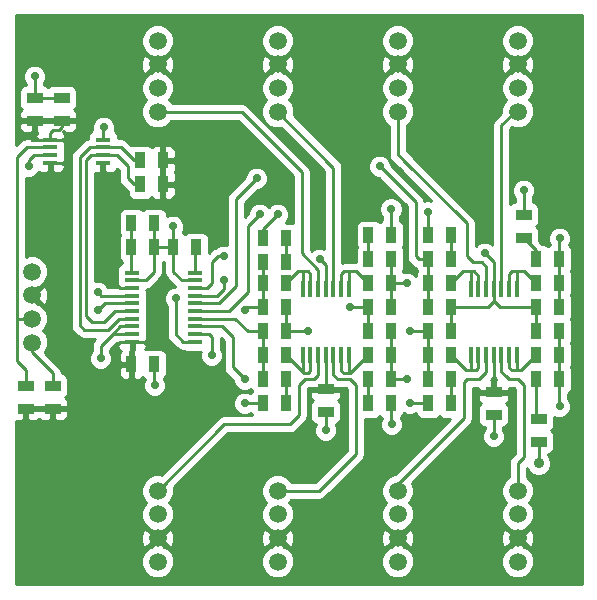
<source format=gtl>
G04 (created by PCBNEW (22-Jun-2014 BZR 4027)-stable) date sam 25 jui 2015 15:37:35 CEST*
%MOIN*%
G04 Gerber Fmt 3.4, Leading zero omitted, Abs format*
%FSLAX34Y34*%
G01*
G70*
G90*
G04 APERTURE LIST*
%ADD10C,0.00590551*%
%ADD11R,0.05X0.016*%
%ADD12R,0.017X0.055*%
%ADD13R,0.035X0.055*%
%ADD14R,0.055X0.035*%
%ADD15C,0.0590551*%
%ADD16C,0.0275591*%
%ADD17C,0.035*%
%ADD18C,0.01*%
G04 APERTURE END LIST*
G54D10*
G54D11*
X47150Y-33750D03*
X47150Y-34000D03*
X47150Y-34260D03*
X47150Y-34520D03*
X47150Y-34770D03*
X47150Y-35030D03*
X47150Y-35290D03*
X47150Y-35540D03*
X47150Y-35800D03*
X47150Y-36050D03*
X49250Y-36050D03*
X49250Y-35800D03*
X49250Y-35540D03*
X49250Y-35290D03*
X49250Y-35030D03*
X49250Y-34770D03*
X49250Y-34520D03*
X49250Y-34260D03*
X49250Y-34000D03*
X49250Y-33750D03*
G54D12*
X58440Y-36500D03*
X58690Y-36500D03*
X58950Y-36500D03*
X59200Y-36500D03*
X59460Y-36500D03*
X59715Y-36500D03*
X59970Y-36500D03*
X59970Y-34300D03*
X59715Y-34300D03*
X59460Y-34300D03*
X59200Y-34300D03*
X58945Y-34300D03*
X58690Y-34300D03*
X58435Y-34300D03*
X52840Y-36500D03*
X53090Y-36500D03*
X53350Y-36500D03*
X53600Y-36500D03*
X53860Y-36500D03*
X54115Y-36500D03*
X54370Y-36500D03*
X54370Y-34300D03*
X54115Y-34300D03*
X53860Y-34300D03*
X53600Y-34300D03*
X53345Y-34300D03*
X53090Y-34300D03*
X52835Y-34300D03*
G54D13*
X60625Y-36500D03*
X61375Y-36500D03*
X51525Y-32600D03*
X52275Y-32600D03*
X57775Y-36500D03*
X57025Y-36500D03*
X57775Y-37300D03*
X57025Y-37300D03*
X57025Y-35700D03*
X57775Y-35700D03*
X57025Y-38100D03*
X57775Y-38100D03*
X51525Y-34900D03*
X52275Y-34900D03*
X60625Y-37300D03*
X61375Y-37300D03*
X61375Y-35700D03*
X60625Y-35700D03*
G54D14*
X60700Y-39375D03*
X60700Y-38625D03*
G54D13*
X60625Y-34100D03*
X61375Y-34100D03*
X60625Y-33300D03*
X61375Y-33300D03*
X61375Y-34900D03*
X60625Y-34900D03*
G54D14*
X60200Y-31825D03*
X60200Y-32575D03*
G54D13*
X57775Y-34100D03*
X57025Y-34100D03*
X57775Y-33300D03*
X57025Y-33300D03*
X57025Y-34900D03*
X57775Y-34900D03*
X57025Y-32500D03*
X57775Y-32500D03*
X52275Y-33400D03*
X51525Y-33400D03*
X52275Y-36500D03*
X51525Y-36500D03*
X52275Y-37300D03*
X51525Y-37300D03*
X51525Y-35700D03*
X52275Y-35700D03*
X51525Y-38100D03*
X52275Y-38100D03*
X55025Y-36500D03*
X55775Y-36500D03*
X55025Y-37300D03*
X55775Y-37300D03*
X55775Y-35700D03*
X55025Y-35700D03*
X55775Y-38100D03*
X55025Y-38100D03*
X55025Y-34100D03*
X55775Y-34100D03*
X55025Y-33300D03*
X55775Y-33300D03*
X55775Y-34900D03*
X55025Y-34900D03*
X55775Y-32500D03*
X55025Y-32500D03*
X52275Y-34100D03*
X51525Y-34100D03*
G54D14*
X59200Y-37725D03*
X59200Y-38475D03*
X53600Y-37625D03*
X53600Y-38375D03*
G54D13*
X47125Y-36800D03*
X47875Y-36800D03*
X47125Y-32100D03*
X47875Y-32100D03*
X47125Y-32900D03*
X47875Y-32900D03*
X49275Y-32900D03*
X48525Y-32900D03*
G54D14*
X43900Y-28675D03*
X43900Y-27925D03*
X44800Y-28675D03*
X44800Y-27925D03*
G54D11*
X46175Y-30085D03*
X46175Y-29830D03*
X46175Y-29570D03*
X46175Y-29315D03*
X44425Y-29315D03*
X44425Y-29570D03*
X44425Y-29830D03*
X44425Y-30085D03*
G54D13*
X48175Y-30000D03*
X47425Y-30000D03*
X48175Y-30800D03*
X47425Y-30800D03*
G54D14*
X44500Y-38275D03*
X44500Y-37525D03*
X43600Y-38275D03*
X43600Y-37525D03*
G54D15*
X56000Y-41806D03*
X56000Y-42593D03*
X56000Y-43381D03*
X56000Y-41018D03*
X60000Y-41806D03*
X60000Y-42593D03*
X60000Y-43381D03*
X60000Y-41018D03*
X60000Y-27593D03*
X60000Y-26806D03*
X60000Y-26018D03*
X60000Y-28381D03*
X56000Y-27593D03*
X56000Y-26806D03*
X56000Y-26018D03*
X56000Y-28381D03*
X48000Y-41806D03*
X48000Y-42593D03*
X48000Y-43381D03*
X48000Y-41018D03*
X52000Y-41806D03*
X52000Y-42593D03*
X52000Y-43381D03*
X52000Y-41018D03*
X52000Y-27593D03*
X52000Y-26806D03*
X52000Y-26018D03*
X52000Y-28381D03*
X48000Y-27593D03*
X48000Y-26806D03*
X48000Y-26018D03*
X48000Y-28381D03*
X43800Y-35293D03*
X43800Y-34506D03*
X43800Y-33718D03*
X43800Y-36081D03*
G54D16*
X46000Y-34400D03*
X46000Y-35000D03*
X56400Y-35700D03*
X50200Y-33200D03*
X61400Y-38200D03*
X50200Y-34000D03*
X55400Y-30200D03*
X51300Y-30600D03*
X51400Y-31800D03*
X61400Y-32600D03*
X56300Y-37300D03*
X50900Y-37300D03*
X49800Y-36500D03*
X50900Y-35000D03*
X48600Y-34600D03*
X56300Y-34100D03*
X43700Y-30200D03*
X59200Y-39200D03*
X55800Y-38800D03*
X58900Y-33100D03*
X55775Y-31625D03*
X53000Y-35700D03*
X54400Y-34900D03*
X53600Y-39000D03*
X56400Y-38100D03*
X50900Y-38100D03*
X53400Y-33300D03*
X48500Y-32200D03*
X47900Y-37500D03*
X46100Y-36600D03*
X46200Y-28900D03*
X43900Y-27200D03*
X52000Y-31800D03*
X60200Y-31000D03*
X57025Y-31725D03*
G54D17*
X60700Y-40100D03*
G54D18*
X59200Y-36500D02*
X59200Y-37725D01*
X44425Y-29315D02*
X43815Y-29315D01*
X43815Y-29315D02*
X43700Y-29200D01*
X46175Y-30085D02*
X46175Y-30575D01*
X46175Y-30575D02*
X46200Y-30600D01*
X44425Y-30085D02*
X44985Y-30085D01*
X44985Y-30085D02*
X45000Y-30100D01*
X44425Y-29315D02*
X44985Y-29315D01*
X44985Y-29315D02*
X45000Y-29300D01*
X47150Y-36050D02*
X46750Y-36050D01*
X46750Y-36050D02*
X46600Y-36200D01*
X47150Y-36050D02*
X47750Y-36050D01*
X47750Y-36050D02*
X47800Y-36000D01*
X47150Y-34260D02*
X46760Y-34260D01*
X46760Y-34260D02*
X46300Y-33800D01*
X44425Y-29315D02*
X44425Y-29075D01*
X44800Y-28900D02*
X44800Y-28675D01*
X44700Y-29000D02*
X44800Y-28900D01*
X44500Y-29000D02*
X44700Y-29000D01*
X44425Y-29075D02*
X44500Y-29000D01*
X53600Y-36500D02*
X53600Y-37625D01*
X47150Y-34520D02*
X46120Y-34520D01*
X46120Y-34520D02*
X46000Y-34400D01*
X47150Y-34770D02*
X46230Y-34770D01*
X46230Y-34770D02*
X46000Y-35000D01*
X49640Y-34260D02*
X49800Y-34100D01*
X49800Y-34100D02*
X49800Y-33400D01*
X49250Y-34260D02*
X49640Y-34260D01*
X56400Y-35700D02*
X57025Y-35700D01*
X50000Y-33200D02*
X50200Y-33200D01*
X49800Y-33400D02*
X50000Y-33200D01*
X57025Y-36500D02*
X57025Y-37300D01*
X57025Y-35700D02*
X57025Y-36500D01*
X61375Y-37300D02*
X61375Y-38175D01*
X61375Y-38175D02*
X61400Y-38200D01*
X49980Y-34520D02*
X49250Y-34520D01*
X50200Y-34300D02*
X49980Y-34520D01*
X50200Y-34000D02*
X50200Y-34300D01*
X61375Y-36500D02*
X61375Y-37300D01*
X61375Y-35700D02*
X61375Y-36500D01*
X55400Y-30200D02*
X55800Y-30600D01*
X49250Y-34770D02*
X50030Y-34770D01*
X56700Y-33300D02*
X57025Y-33300D01*
X55800Y-30600D02*
X56600Y-31400D01*
X56600Y-31400D02*
X56600Y-33200D01*
X56600Y-33200D02*
X56700Y-33300D01*
X50600Y-31300D02*
X51300Y-30600D01*
X50600Y-34200D02*
X50600Y-31300D01*
X50030Y-34770D02*
X50600Y-34200D01*
X57025Y-33300D02*
X57025Y-34100D01*
X57025Y-34900D02*
X57025Y-34100D01*
X50370Y-35030D02*
X51000Y-34400D01*
X51000Y-34400D02*
X51000Y-32200D01*
X51000Y-32200D02*
X51400Y-31800D01*
X49250Y-35030D02*
X50370Y-35030D01*
X61375Y-32625D02*
X61375Y-33300D01*
X61400Y-32600D02*
X61375Y-32625D01*
X61375Y-34900D02*
X61375Y-34100D01*
X61375Y-33300D02*
X61375Y-34100D01*
X49250Y-35290D02*
X50590Y-35290D01*
X51000Y-35700D02*
X51525Y-35700D01*
X50590Y-35290D02*
X51000Y-35700D01*
X51525Y-36500D02*
X51525Y-37300D01*
X51525Y-35700D02*
X51525Y-36500D01*
X55775Y-37300D02*
X56300Y-37300D01*
X50140Y-35540D02*
X50500Y-35900D01*
X50140Y-35540D02*
X49250Y-35540D01*
X50500Y-36900D02*
X50900Y-37300D01*
X50500Y-35900D02*
X50500Y-36900D01*
X55775Y-35700D02*
X55775Y-36500D01*
X55775Y-36500D02*
X55775Y-37300D01*
X49250Y-35800D02*
X49700Y-35800D01*
X49700Y-35800D02*
X49800Y-35900D01*
X49800Y-35900D02*
X49800Y-36500D01*
X50900Y-35000D02*
X51000Y-34900D01*
X51000Y-34900D02*
X51525Y-34900D01*
X51525Y-34100D02*
X51525Y-34900D01*
X51525Y-33400D02*
X51525Y-34100D01*
X48850Y-36050D02*
X48600Y-35800D01*
X48600Y-35800D02*
X48600Y-34600D01*
X49250Y-36050D02*
X48850Y-36050D01*
X55775Y-34100D02*
X56300Y-34100D01*
X55775Y-34100D02*
X55775Y-34900D01*
X55775Y-33300D02*
X55775Y-34100D01*
X46175Y-29830D02*
X45770Y-29830D01*
X46570Y-35030D02*
X47150Y-35030D01*
X46200Y-35400D02*
X46570Y-35030D01*
X45800Y-35400D02*
X46200Y-35400D01*
X45600Y-35200D02*
X45800Y-35400D01*
X45600Y-30000D02*
X45600Y-35200D01*
X45770Y-29830D02*
X45600Y-30000D01*
X46175Y-29830D02*
X46630Y-29830D01*
X47200Y-30800D02*
X47425Y-30800D01*
X47000Y-30600D02*
X47200Y-30800D01*
X47000Y-30200D02*
X47000Y-30600D01*
X46630Y-29830D02*
X47000Y-30200D01*
X46350Y-35650D02*
X45550Y-35650D01*
X45400Y-35500D02*
X45400Y-30100D01*
X45550Y-35650D02*
X45400Y-35500D01*
X47150Y-35290D02*
X46710Y-35290D01*
X46710Y-35290D02*
X46350Y-35650D01*
X45400Y-29900D02*
X45400Y-30100D01*
X46175Y-29570D02*
X45730Y-29570D01*
X45730Y-29570D02*
X45400Y-29900D01*
X46175Y-29570D02*
X46770Y-29570D01*
X47200Y-30000D02*
X47425Y-30000D01*
X46770Y-29570D02*
X47200Y-30000D01*
X58950Y-37050D02*
X58700Y-37300D01*
X58200Y-37400D02*
X58200Y-37600D01*
X58300Y-37300D02*
X58200Y-37400D01*
X58700Y-37300D02*
X58300Y-37300D01*
X58950Y-36500D02*
X58950Y-37050D01*
X58200Y-38600D02*
X55781Y-41018D01*
X58200Y-37600D02*
X58200Y-38600D01*
X59600Y-37200D02*
X59700Y-37300D01*
X60000Y-37300D02*
X60200Y-37500D01*
X59700Y-37300D02*
X60000Y-37300D01*
X60200Y-37500D02*
X60200Y-37600D01*
X59460Y-36500D02*
X59460Y-37060D01*
X59460Y-37060D02*
X59600Y-37200D01*
X60200Y-37600D02*
X60200Y-37800D01*
X60000Y-41018D02*
X60000Y-40100D01*
X60000Y-40100D02*
X60200Y-39900D01*
X60200Y-37800D02*
X60200Y-39900D01*
X60000Y-28381D02*
X59918Y-28381D01*
X59918Y-28381D02*
X59460Y-28840D01*
X59460Y-34300D02*
X59460Y-28840D01*
X58945Y-34000D02*
X58945Y-33545D01*
X58800Y-33400D02*
X58500Y-33400D01*
X58945Y-33545D02*
X58800Y-33400D01*
X56250Y-30050D02*
X58100Y-31900D01*
X56000Y-29800D02*
X56250Y-30050D01*
X56000Y-28381D02*
X56000Y-29800D01*
X58100Y-31900D02*
X58300Y-32100D01*
X58300Y-32100D02*
X58300Y-33200D01*
X58300Y-33200D02*
X58500Y-33400D01*
X58945Y-34000D02*
X58945Y-34300D01*
X56000Y-28381D02*
X56000Y-29000D01*
X53350Y-36500D02*
X53350Y-37150D01*
X52900Y-37300D02*
X52700Y-37500D01*
X53200Y-37300D02*
X52900Y-37300D01*
X53350Y-37150D02*
X53200Y-37300D01*
X52700Y-38500D02*
X52500Y-38700D01*
X52700Y-37500D02*
X52700Y-38500D01*
X50218Y-38800D02*
X48000Y-41018D01*
X52400Y-38800D02*
X50218Y-38800D01*
X52500Y-38700D02*
X52400Y-38800D01*
X53860Y-36500D02*
X53860Y-37160D01*
X54400Y-37300D02*
X54600Y-37500D01*
X54000Y-37300D02*
X54400Y-37300D01*
X53860Y-37160D02*
X54000Y-37300D01*
X53381Y-41018D02*
X52000Y-41018D01*
X54600Y-39800D02*
X53381Y-41018D01*
X54600Y-37500D02*
X54600Y-39800D01*
X53860Y-34300D02*
X53860Y-30241D01*
X53860Y-30241D02*
X52000Y-28381D01*
X53345Y-34300D02*
X53345Y-33645D01*
X52800Y-33100D02*
X52800Y-32900D01*
X53345Y-33645D02*
X52800Y-33100D01*
X50600Y-28400D02*
X48018Y-28400D01*
X52800Y-32400D02*
X52800Y-32900D01*
X52800Y-31500D02*
X52800Y-30400D01*
X52800Y-30400D02*
X50800Y-28400D01*
X50800Y-28400D02*
X50600Y-28400D01*
X52800Y-32400D02*
X52800Y-31500D01*
X48018Y-28400D02*
X48000Y-28381D01*
X44425Y-29830D02*
X43870Y-29830D01*
X43700Y-30000D02*
X43700Y-30200D01*
X43870Y-29830D02*
X43700Y-30000D01*
X43800Y-36081D02*
X43800Y-36400D01*
X44500Y-37100D02*
X44500Y-37525D01*
X43800Y-36400D02*
X44500Y-37100D01*
X43300Y-33200D02*
X43300Y-29900D01*
X43300Y-29900D02*
X43500Y-29700D01*
X43300Y-35300D02*
X43793Y-35300D01*
X43793Y-35300D02*
X43800Y-35293D01*
X43300Y-33200D02*
X43300Y-35300D01*
X43300Y-35300D02*
X43300Y-36700D01*
X44425Y-29570D02*
X43630Y-29570D01*
X43630Y-29570D02*
X43500Y-29700D01*
X43600Y-37000D02*
X43600Y-37525D01*
X43300Y-36700D02*
X43600Y-37000D01*
X59200Y-38475D02*
X59200Y-39200D01*
X55775Y-38100D02*
X55775Y-38775D01*
X55775Y-38775D02*
X55800Y-38800D01*
X58900Y-33100D02*
X59200Y-33400D01*
X59200Y-33400D02*
X59200Y-34300D01*
X52275Y-35700D02*
X53000Y-35700D01*
X55025Y-34900D02*
X54400Y-34900D01*
X53600Y-38375D02*
X53600Y-39000D01*
X57025Y-38100D02*
X56400Y-38100D01*
X51525Y-38100D02*
X50900Y-38100D01*
X53600Y-34300D02*
X53600Y-33500D01*
X53600Y-33500D02*
X53400Y-33300D01*
X48525Y-32900D02*
X48525Y-32225D01*
X48525Y-32225D02*
X48500Y-32200D01*
X47875Y-36800D02*
X47875Y-37475D01*
X47875Y-37475D02*
X47900Y-37500D01*
X46400Y-35900D02*
X46100Y-36200D01*
X46100Y-36200D02*
X46100Y-36600D01*
X46175Y-29315D02*
X46175Y-28925D01*
X46175Y-28925D02*
X46200Y-28900D01*
X43900Y-27925D02*
X43900Y-27200D01*
X52000Y-31800D02*
X51525Y-32275D01*
X51525Y-32275D02*
X51525Y-32600D01*
X60200Y-31825D02*
X60200Y-31000D01*
X57025Y-32500D02*
X57025Y-31725D01*
X57025Y-31725D02*
X57000Y-31700D01*
X60700Y-39375D02*
X60700Y-40100D01*
X57775Y-34900D02*
X59000Y-34900D01*
X59000Y-34900D02*
X59200Y-34700D01*
X60625Y-34900D02*
X59400Y-34900D01*
X59400Y-34900D02*
X59200Y-34700D01*
X59200Y-34700D02*
X59200Y-34300D01*
X60625Y-34900D02*
X60625Y-35700D01*
X57775Y-35700D02*
X57775Y-34900D01*
X55775Y-32500D02*
X55775Y-31625D01*
X55775Y-31625D02*
X55800Y-31600D01*
X52275Y-34900D02*
X52275Y-35700D01*
X55025Y-34900D02*
X55025Y-35700D01*
X44800Y-27925D02*
X43900Y-27925D01*
X49250Y-34000D02*
X48800Y-34000D01*
X48525Y-33725D02*
X48525Y-32900D01*
X48800Y-34000D02*
X48525Y-33725D01*
X47150Y-35800D02*
X46500Y-35800D01*
X46500Y-35800D02*
X46400Y-35900D01*
X47150Y-35540D02*
X46760Y-35540D01*
X46760Y-35540D02*
X46400Y-35900D01*
X48525Y-32900D02*
X47875Y-32900D01*
X47875Y-32100D02*
X47875Y-32900D01*
X47150Y-34000D02*
X47600Y-34000D01*
X47875Y-33725D02*
X47875Y-32900D01*
X47600Y-34000D02*
X47875Y-33725D01*
X54370Y-34300D02*
X54370Y-33700D01*
X54370Y-33700D02*
X54400Y-33700D01*
X54115Y-34300D02*
X54115Y-33785D01*
X54625Y-33700D02*
X55025Y-34100D01*
X54200Y-33700D02*
X54400Y-33700D01*
X54400Y-33700D02*
X54625Y-33700D01*
X54115Y-33785D02*
X54200Y-33700D01*
X55025Y-32500D02*
X55025Y-33300D01*
X52835Y-34300D02*
X52835Y-33700D01*
X52835Y-33700D02*
X52800Y-33700D01*
X53090Y-34300D02*
X53090Y-33790D01*
X52675Y-33700D02*
X52275Y-34100D01*
X53000Y-33700D02*
X52800Y-33700D01*
X52800Y-33700D02*
X52675Y-33700D01*
X53090Y-33790D02*
X53000Y-33700D01*
X52275Y-32600D02*
X52275Y-33400D01*
X52275Y-37300D02*
X52275Y-38100D01*
X54370Y-36500D02*
X54370Y-37100D01*
X54370Y-37100D02*
X54300Y-37100D01*
X54115Y-36500D02*
X54115Y-37015D01*
X54425Y-37100D02*
X55025Y-36500D01*
X54200Y-37100D02*
X54300Y-37100D01*
X54300Y-37100D02*
X54425Y-37100D01*
X54115Y-37015D02*
X54200Y-37100D01*
X52840Y-36500D02*
X52840Y-37065D01*
X52840Y-37065D02*
X52800Y-37025D01*
X52800Y-37025D02*
X52800Y-37000D01*
X52800Y-37000D02*
X52800Y-37025D01*
X53090Y-36500D02*
X53090Y-37010D01*
X53090Y-37010D02*
X53000Y-37100D01*
X53000Y-37100D02*
X52875Y-37100D01*
X52875Y-37100D02*
X52800Y-37025D01*
X52800Y-37025D02*
X52275Y-36500D01*
X55025Y-37300D02*
X55025Y-38100D01*
X49250Y-33750D02*
X49250Y-32925D01*
X49250Y-32925D02*
X49275Y-32900D01*
X47125Y-32900D02*
X47125Y-33725D01*
X47125Y-33725D02*
X47150Y-33750D01*
X47125Y-32100D02*
X47125Y-32900D01*
X59970Y-34300D02*
X59970Y-33700D01*
X59970Y-33700D02*
X59900Y-33700D01*
X59715Y-34300D02*
X59715Y-33785D01*
X60225Y-33700D02*
X60625Y-34100D01*
X59800Y-33700D02*
X59900Y-33700D01*
X59900Y-33700D02*
X60225Y-33700D01*
X59715Y-33785D02*
X59800Y-33700D01*
X60625Y-33300D02*
X60625Y-33000D01*
X60625Y-33000D02*
X60200Y-32575D01*
X58435Y-34300D02*
X58435Y-33700D01*
X58435Y-33700D02*
X58400Y-33700D01*
X58690Y-34300D02*
X58690Y-33842D01*
X58175Y-33700D02*
X57775Y-34100D01*
X58547Y-33700D02*
X58400Y-33700D01*
X58400Y-33700D02*
X58175Y-33700D01*
X58690Y-33842D02*
X58547Y-33700D01*
X57775Y-32500D02*
X57775Y-33300D01*
X57775Y-37300D02*
X57775Y-38100D01*
X59970Y-36500D02*
X59970Y-37000D01*
X59970Y-37000D02*
X60000Y-37000D01*
X59715Y-36500D02*
X59715Y-36915D01*
X60125Y-37000D02*
X60625Y-36500D01*
X59800Y-37000D02*
X60000Y-37000D01*
X60000Y-37000D02*
X60125Y-37000D01*
X59715Y-36915D02*
X59800Y-37000D01*
X58690Y-36500D02*
X58690Y-36910D01*
X58600Y-37000D02*
X58440Y-37000D01*
X58690Y-36910D02*
X58600Y-37000D01*
X58440Y-36500D02*
X58440Y-37000D01*
X58440Y-37000D02*
X58400Y-37000D01*
X58275Y-37000D02*
X57775Y-36500D01*
X58400Y-37000D02*
X58275Y-37000D01*
X60625Y-37300D02*
X60625Y-38550D01*
X60625Y-38550D02*
X60700Y-38625D01*
G54D10*
G36*
X62130Y-44130D02*
X61800Y-44130D01*
X61800Y-37525D01*
X61800Y-36975D01*
X61768Y-36899D01*
X61799Y-36824D01*
X61800Y-36725D01*
X61800Y-36175D01*
X61768Y-36099D01*
X61799Y-36024D01*
X61800Y-35925D01*
X61800Y-35375D01*
X61768Y-35299D01*
X61799Y-35224D01*
X61800Y-35125D01*
X61800Y-34575D01*
X61768Y-34499D01*
X61799Y-34424D01*
X61800Y-34325D01*
X61800Y-33775D01*
X61768Y-33699D01*
X61799Y-33624D01*
X61800Y-33525D01*
X61800Y-32975D01*
X61762Y-32883D01*
X61713Y-32834D01*
X61728Y-32819D01*
X61787Y-32677D01*
X61787Y-32523D01*
X61728Y-32380D01*
X61619Y-32271D01*
X61477Y-32212D01*
X61323Y-32212D01*
X61180Y-32271D01*
X61071Y-32380D01*
X61012Y-32522D01*
X61012Y-32676D01*
X61066Y-32809D01*
X61058Y-32812D01*
X60999Y-32871D01*
X60941Y-32813D01*
X60849Y-32775D01*
X60824Y-32775D01*
X60725Y-32675D01*
X60725Y-32350D01*
X60687Y-32258D01*
X60628Y-32199D01*
X60686Y-32141D01*
X60724Y-32049D01*
X60725Y-31950D01*
X60725Y-31600D01*
X60687Y-31508D01*
X60616Y-31438D01*
X60524Y-31400D01*
X60500Y-31400D01*
X60500Y-31248D01*
X60528Y-31219D01*
X60587Y-31077D01*
X60587Y-30923D01*
X60550Y-30831D01*
X60550Y-26886D01*
X60545Y-26794D01*
X60545Y-25910D01*
X60462Y-25710D01*
X60309Y-25556D01*
X60108Y-25473D01*
X59892Y-25473D01*
X59691Y-25556D01*
X59538Y-25709D01*
X59454Y-25909D01*
X59454Y-26126D01*
X59537Y-26327D01*
X59690Y-26480D01*
X59784Y-26519D01*
X60000Y-26735D01*
X60215Y-26519D01*
X60308Y-26481D01*
X60461Y-26328D01*
X60545Y-26127D01*
X60545Y-25910D01*
X60545Y-26794D01*
X60539Y-26670D01*
X60477Y-26521D01*
X60382Y-26494D01*
X60070Y-26806D01*
X60382Y-27118D01*
X60477Y-27091D01*
X60550Y-26886D01*
X60550Y-30831D01*
X60528Y-30780D01*
X60419Y-30671D01*
X60277Y-30612D01*
X60123Y-30612D01*
X59980Y-30671D01*
X59871Y-30780D01*
X59812Y-30922D01*
X59812Y-31076D01*
X59871Y-31219D01*
X59900Y-31248D01*
X59900Y-31399D01*
X59875Y-31399D01*
X59783Y-31437D01*
X59760Y-31461D01*
X59760Y-28964D01*
X59825Y-28898D01*
X59891Y-28926D01*
X60107Y-28926D01*
X60308Y-28843D01*
X60461Y-28690D01*
X60545Y-28490D01*
X60545Y-28273D01*
X60462Y-28072D01*
X60377Y-27987D01*
X60461Y-27902D01*
X60545Y-27702D01*
X60545Y-27485D01*
X60462Y-27285D01*
X60309Y-27131D01*
X60215Y-27092D01*
X60000Y-26877D01*
X59929Y-26947D01*
X59929Y-26806D01*
X59617Y-26494D01*
X59522Y-26521D01*
X59449Y-26725D01*
X59460Y-26942D01*
X59522Y-27091D01*
X59617Y-27118D01*
X59929Y-26806D01*
X59929Y-26947D01*
X59784Y-27092D01*
X59691Y-27131D01*
X59538Y-27284D01*
X59454Y-27484D01*
X59454Y-27701D01*
X59537Y-27902D01*
X59622Y-27987D01*
X59538Y-28071D01*
X59454Y-28272D01*
X59454Y-28421D01*
X59247Y-28627D01*
X59182Y-28725D01*
X59160Y-28840D01*
X59160Y-32811D01*
X59119Y-32771D01*
X58977Y-32712D01*
X58823Y-32712D01*
X58680Y-32771D01*
X58600Y-32851D01*
X58600Y-32100D01*
X58577Y-31985D01*
X58512Y-31887D01*
X58512Y-31887D01*
X58312Y-31687D01*
X58312Y-31687D01*
X58312Y-31687D01*
X56550Y-29925D01*
X56550Y-26886D01*
X56545Y-26794D01*
X56545Y-25910D01*
X56462Y-25710D01*
X56309Y-25556D01*
X56108Y-25473D01*
X55892Y-25473D01*
X55691Y-25556D01*
X55538Y-25709D01*
X55454Y-25909D01*
X55454Y-26126D01*
X55537Y-26327D01*
X55690Y-26480D01*
X55784Y-26519D01*
X56000Y-26735D01*
X56215Y-26519D01*
X56308Y-26481D01*
X56461Y-26328D01*
X56545Y-26127D01*
X56545Y-25910D01*
X56545Y-26794D01*
X56539Y-26670D01*
X56477Y-26521D01*
X56382Y-26494D01*
X56070Y-26806D01*
X56382Y-27118D01*
X56477Y-27091D01*
X56550Y-26886D01*
X56550Y-29925D01*
X56462Y-29837D01*
X56462Y-29837D01*
X56462Y-29837D01*
X56300Y-29675D01*
X56300Y-29000D01*
X56300Y-28847D01*
X56308Y-28843D01*
X56461Y-28690D01*
X56545Y-28490D01*
X56545Y-28273D01*
X56462Y-28072D01*
X56377Y-27987D01*
X56461Y-27902D01*
X56545Y-27702D01*
X56545Y-27485D01*
X56462Y-27285D01*
X56309Y-27131D01*
X56215Y-27092D01*
X56000Y-26877D01*
X55929Y-26947D01*
X55929Y-26806D01*
X55617Y-26494D01*
X55522Y-26521D01*
X55449Y-26725D01*
X55460Y-26942D01*
X55522Y-27091D01*
X55617Y-27118D01*
X55929Y-26806D01*
X55929Y-26947D01*
X55784Y-27092D01*
X55691Y-27131D01*
X55538Y-27284D01*
X55454Y-27484D01*
X55454Y-27701D01*
X55537Y-27902D01*
X55622Y-27987D01*
X55538Y-28071D01*
X55454Y-28272D01*
X55454Y-28489D01*
X55537Y-28689D01*
X55690Y-28843D01*
X55700Y-28846D01*
X55700Y-29000D01*
X55700Y-29800D01*
X55722Y-29914D01*
X55787Y-30012D01*
X56037Y-30262D01*
X56037Y-30262D01*
X56037Y-30262D01*
X57120Y-31344D01*
X57102Y-31337D01*
X56948Y-31337D01*
X56892Y-31360D01*
X56877Y-31285D01*
X56812Y-31187D01*
X56812Y-31187D01*
X56012Y-30387D01*
X56012Y-30387D01*
X56012Y-30387D01*
X55787Y-30163D01*
X55787Y-30123D01*
X55728Y-29980D01*
X55619Y-29871D01*
X55477Y-29812D01*
X55323Y-29812D01*
X55180Y-29871D01*
X55071Y-29980D01*
X55012Y-30122D01*
X55012Y-30276D01*
X55071Y-30419D01*
X55180Y-30528D01*
X55322Y-30587D01*
X55363Y-30587D01*
X55587Y-30812D01*
X55587Y-30812D01*
X55587Y-30812D01*
X56300Y-31524D01*
X56300Y-33200D01*
X56322Y-33314D01*
X56387Y-33412D01*
X56487Y-33512D01*
X56487Y-33512D01*
X56585Y-33577D01*
X56599Y-33580D01*
X56599Y-33624D01*
X56631Y-33700D01*
X56600Y-33775D01*
X56599Y-33851D01*
X56519Y-33771D01*
X56377Y-33712D01*
X56223Y-33712D01*
X56181Y-33729D01*
X56168Y-33699D01*
X56199Y-33624D01*
X56200Y-33525D01*
X56200Y-32975D01*
X56168Y-32899D01*
X56199Y-32824D01*
X56200Y-32725D01*
X56200Y-32175D01*
X56162Y-32083D01*
X56091Y-32013D01*
X56075Y-32006D01*
X56075Y-31873D01*
X56103Y-31844D01*
X56162Y-31702D01*
X56162Y-31548D01*
X56103Y-31405D01*
X55994Y-31296D01*
X55852Y-31237D01*
X55698Y-31237D01*
X55555Y-31296D01*
X55446Y-31405D01*
X55387Y-31547D01*
X55387Y-31701D01*
X55446Y-31844D01*
X55475Y-31873D01*
X55475Y-32006D01*
X55458Y-32012D01*
X55399Y-32071D01*
X55341Y-32013D01*
X55249Y-31975D01*
X55150Y-31974D01*
X54800Y-31974D01*
X54708Y-32012D01*
X54638Y-32083D01*
X54600Y-32175D01*
X54599Y-32274D01*
X54599Y-32824D01*
X54631Y-32900D01*
X54600Y-32975D01*
X54599Y-33074D01*
X54599Y-33400D01*
X54400Y-33400D01*
X54370Y-33400D01*
X54200Y-33400D01*
X54160Y-33407D01*
X54160Y-30241D01*
X54137Y-30126D01*
X54072Y-30028D01*
X54072Y-30028D01*
X52550Y-28506D01*
X52550Y-26886D01*
X52545Y-26794D01*
X52545Y-25910D01*
X52462Y-25710D01*
X52309Y-25556D01*
X52108Y-25473D01*
X51892Y-25473D01*
X51691Y-25556D01*
X51538Y-25709D01*
X51454Y-25909D01*
X51454Y-26126D01*
X51537Y-26327D01*
X51690Y-26480D01*
X51784Y-26519D01*
X52000Y-26735D01*
X52215Y-26519D01*
X52308Y-26481D01*
X52461Y-26328D01*
X52545Y-26127D01*
X52545Y-25910D01*
X52545Y-26794D01*
X52539Y-26670D01*
X52477Y-26521D01*
X52382Y-26494D01*
X52070Y-26806D01*
X52382Y-27118D01*
X52477Y-27091D01*
X52550Y-26886D01*
X52550Y-28506D01*
X52541Y-28498D01*
X52545Y-28490D01*
X52545Y-28273D01*
X52462Y-28072D01*
X52377Y-27987D01*
X52461Y-27902D01*
X52545Y-27702D01*
X52545Y-27485D01*
X52462Y-27285D01*
X52309Y-27131D01*
X52215Y-27092D01*
X52000Y-26877D01*
X51929Y-26947D01*
X51929Y-26806D01*
X51617Y-26494D01*
X51522Y-26521D01*
X51449Y-26725D01*
X51460Y-26942D01*
X51522Y-27091D01*
X51617Y-27118D01*
X51929Y-26806D01*
X51929Y-26947D01*
X51784Y-27092D01*
X51691Y-27131D01*
X51538Y-27284D01*
X51454Y-27484D01*
X51454Y-27701D01*
X51537Y-27902D01*
X51622Y-27987D01*
X51538Y-28071D01*
X51454Y-28272D01*
X51454Y-28489D01*
X51537Y-28689D01*
X51690Y-28843D01*
X51891Y-28926D01*
X52107Y-28926D01*
X52117Y-28922D01*
X53560Y-30365D01*
X53560Y-32946D01*
X53477Y-32912D01*
X53323Y-32912D01*
X53180Y-32971D01*
X53137Y-33013D01*
X53100Y-32975D01*
X53100Y-32900D01*
X53100Y-32400D01*
X53100Y-31500D01*
X53100Y-30400D01*
X53099Y-30399D01*
X53077Y-30285D01*
X53012Y-30187D01*
X53012Y-30187D01*
X51012Y-28187D01*
X50914Y-28122D01*
X50800Y-28100D01*
X50600Y-28100D01*
X48550Y-28100D01*
X48550Y-26886D01*
X48545Y-26794D01*
X48545Y-25910D01*
X48462Y-25710D01*
X48309Y-25556D01*
X48108Y-25473D01*
X47892Y-25473D01*
X47691Y-25556D01*
X47538Y-25709D01*
X47454Y-25909D01*
X47454Y-26126D01*
X47537Y-26327D01*
X47690Y-26480D01*
X47784Y-26519D01*
X48000Y-26735D01*
X48215Y-26519D01*
X48308Y-26481D01*
X48461Y-26328D01*
X48545Y-26127D01*
X48545Y-25910D01*
X48545Y-26794D01*
X48539Y-26670D01*
X48477Y-26521D01*
X48382Y-26494D01*
X48070Y-26806D01*
X48382Y-27118D01*
X48477Y-27091D01*
X48550Y-26886D01*
X48550Y-28100D01*
X48473Y-28100D01*
X48462Y-28072D01*
X48377Y-27987D01*
X48461Y-27902D01*
X48545Y-27702D01*
X48545Y-27485D01*
X48462Y-27285D01*
X48309Y-27131D01*
X48215Y-27092D01*
X48000Y-26877D01*
X47929Y-26947D01*
X47929Y-26806D01*
X47617Y-26494D01*
X47522Y-26521D01*
X47449Y-26725D01*
X47460Y-26942D01*
X47522Y-27091D01*
X47617Y-27118D01*
X47929Y-26806D01*
X47929Y-26947D01*
X47784Y-27092D01*
X47691Y-27131D01*
X47538Y-27284D01*
X47454Y-27484D01*
X47454Y-27701D01*
X47537Y-27902D01*
X47622Y-27987D01*
X47538Y-28071D01*
X47454Y-28272D01*
X47454Y-28489D01*
X47537Y-28689D01*
X47690Y-28843D01*
X47891Y-28926D01*
X48107Y-28926D01*
X48308Y-28843D01*
X48452Y-28700D01*
X50600Y-28700D01*
X50675Y-28700D01*
X52500Y-30524D01*
X52500Y-31500D01*
X52500Y-32075D01*
X52499Y-32075D01*
X52400Y-32074D01*
X52273Y-32074D01*
X52328Y-32019D01*
X52387Y-31877D01*
X52387Y-31723D01*
X52328Y-31580D01*
X52219Y-31471D01*
X52077Y-31412D01*
X51923Y-31412D01*
X51780Y-31471D01*
X51699Y-31551D01*
X51619Y-31471D01*
X51477Y-31412D01*
X51323Y-31412D01*
X51180Y-31471D01*
X51071Y-31580D01*
X51012Y-31722D01*
X51012Y-31763D01*
X50900Y-31875D01*
X50900Y-31424D01*
X51336Y-30987D01*
X51376Y-30987D01*
X51519Y-30928D01*
X51628Y-30819D01*
X51687Y-30677D01*
X51687Y-30523D01*
X51628Y-30380D01*
X51519Y-30271D01*
X51377Y-30212D01*
X51223Y-30212D01*
X51080Y-30271D01*
X50971Y-30380D01*
X50912Y-30522D01*
X50912Y-30563D01*
X50387Y-31087D01*
X50322Y-31185D01*
X50300Y-31300D01*
X50300Y-32821D01*
X50277Y-32812D01*
X50123Y-32812D01*
X49980Y-32871D01*
X49939Y-32912D01*
X49939Y-32912D01*
X49885Y-32922D01*
X49787Y-32987D01*
X49700Y-33075D01*
X49700Y-32575D01*
X49662Y-32483D01*
X49591Y-32413D01*
X49499Y-32375D01*
X49400Y-32374D01*
X49050Y-32374D01*
X48958Y-32412D01*
X48899Y-32471D01*
X48841Y-32413D01*
X48832Y-32409D01*
X48887Y-32277D01*
X48887Y-32123D01*
X48828Y-31980D01*
X48719Y-31871D01*
X48600Y-31821D01*
X48600Y-31025D01*
X48600Y-30574D01*
X48599Y-30475D01*
X48568Y-30400D01*
X48599Y-30324D01*
X48600Y-30225D01*
X48600Y-29774D01*
X48599Y-29675D01*
X48561Y-29583D01*
X48491Y-29512D01*
X48399Y-29474D01*
X48287Y-29475D01*
X48225Y-29537D01*
X48225Y-29950D01*
X48537Y-29950D01*
X48600Y-29887D01*
X48600Y-29774D01*
X48600Y-30225D01*
X48600Y-30112D01*
X48537Y-30050D01*
X48225Y-30050D01*
X48225Y-30337D01*
X48225Y-30462D01*
X48225Y-30750D01*
X48537Y-30750D01*
X48600Y-30687D01*
X48600Y-30574D01*
X48600Y-31025D01*
X48600Y-30912D01*
X48537Y-30850D01*
X48225Y-30850D01*
X48225Y-31262D01*
X48287Y-31325D01*
X48399Y-31325D01*
X48491Y-31287D01*
X48561Y-31216D01*
X48599Y-31124D01*
X48600Y-31025D01*
X48600Y-31821D01*
X48577Y-31812D01*
X48423Y-31812D01*
X48300Y-31863D01*
X48300Y-31775D01*
X48262Y-31683D01*
X48191Y-31613D01*
X48099Y-31575D01*
X48000Y-31574D01*
X47650Y-31574D01*
X47558Y-31612D01*
X47499Y-31671D01*
X47441Y-31613D01*
X47349Y-31575D01*
X47250Y-31574D01*
X46900Y-31574D01*
X46808Y-31612D01*
X46738Y-31683D01*
X46700Y-31775D01*
X46699Y-31874D01*
X46699Y-32424D01*
X46731Y-32500D01*
X46700Y-32575D01*
X46699Y-32674D01*
X46699Y-33224D01*
X46737Y-33316D01*
X46808Y-33386D01*
X46825Y-33393D01*
X46825Y-33430D01*
X46758Y-33457D01*
X46688Y-33528D01*
X46650Y-33620D01*
X46649Y-33719D01*
X46649Y-33879D01*
X46650Y-33879D01*
X46649Y-33969D01*
X46649Y-34129D01*
X46650Y-34130D01*
X46649Y-34130D01*
X46650Y-34157D01*
X46669Y-34177D01*
X46683Y-34209D01*
X46650Y-34209D01*
X46650Y-34220D01*
X46345Y-34220D01*
X46328Y-34180D01*
X46219Y-34071D01*
X46077Y-34012D01*
X45923Y-34012D01*
X45900Y-34021D01*
X45900Y-30414D01*
X45974Y-30415D01*
X46062Y-30415D01*
X46125Y-30352D01*
X46125Y-30160D01*
X46225Y-30160D01*
X46225Y-30352D01*
X46287Y-30415D01*
X46375Y-30415D01*
X46474Y-30414D01*
X46566Y-30376D01*
X46637Y-30306D01*
X46650Y-30274D01*
X46700Y-30324D01*
X46700Y-30600D01*
X46722Y-30714D01*
X46787Y-30812D01*
X46987Y-31012D01*
X46987Y-31012D01*
X46999Y-31020D01*
X46999Y-31124D01*
X47037Y-31216D01*
X47108Y-31286D01*
X47200Y-31324D01*
X47299Y-31325D01*
X47649Y-31325D01*
X47741Y-31287D01*
X47800Y-31228D01*
X47858Y-31287D01*
X47950Y-31325D01*
X48062Y-31325D01*
X48125Y-31262D01*
X48125Y-30850D01*
X48117Y-30850D01*
X48117Y-30750D01*
X48125Y-30750D01*
X48125Y-30462D01*
X48125Y-30337D01*
X48125Y-30050D01*
X48117Y-30050D01*
X48117Y-29950D01*
X48125Y-29950D01*
X48125Y-29537D01*
X48062Y-29475D01*
X47950Y-29474D01*
X47858Y-29512D01*
X47799Y-29571D01*
X47741Y-29513D01*
X47649Y-29475D01*
X47550Y-29474D01*
X47200Y-29474D01*
X47128Y-29504D01*
X46982Y-29357D01*
X46884Y-29292D01*
X46770Y-29270D01*
X46675Y-29270D01*
X46675Y-29185D01*
X46637Y-29093D01*
X46568Y-29024D01*
X46587Y-28977D01*
X46587Y-28823D01*
X46528Y-28680D01*
X46419Y-28571D01*
X46277Y-28512D01*
X46123Y-28512D01*
X45980Y-28571D01*
X45871Y-28680D01*
X45812Y-28822D01*
X45812Y-28976D01*
X45824Y-29006D01*
X45783Y-29022D01*
X45713Y-29093D01*
X45675Y-29185D01*
X45674Y-29280D01*
X45615Y-29292D01*
X45517Y-29357D01*
X45325Y-29550D01*
X45187Y-29687D01*
X45122Y-29785D01*
X45100Y-29900D01*
X45100Y-30100D01*
X45100Y-35500D01*
X45122Y-35614D01*
X45187Y-35712D01*
X45337Y-35862D01*
X45337Y-35862D01*
X45435Y-35927D01*
X45550Y-35950D01*
X45925Y-35950D01*
X45887Y-35987D01*
X45822Y-36085D01*
X45800Y-36200D01*
X45800Y-36351D01*
X45771Y-36380D01*
X45712Y-36522D01*
X45712Y-36676D01*
X45771Y-36819D01*
X45880Y-36928D01*
X46022Y-36987D01*
X46176Y-36987D01*
X46319Y-36928D01*
X46428Y-36819D01*
X46487Y-36677D01*
X46487Y-36523D01*
X46428Y-36380D01*
X46400Y-36351D01*
X46400Y-36324D01*
X46612Y-36112D01*
X46612Y-36112D01*
X46612Y-36112D01*
X46624Y-36100D01*
X46650Y-36100D01*
X46650Y-36100D01*
X46702Y-36100D01*
X46650Y-36152D01*
X46649Y-36179D01*
X46687Y-36271D01*
X46758Y-36341D01*
X46773Y-36348D01*
X46738Y-36383D01*
X46700Y-36475D01*
X46699Y-36574D01*
X46700Y-36687D01*
X46762Y-36750D01*
X47075Y-36750D01*
X47075Y-36342D01*
X47100Y-36317D01*
X47100Y-36130D01*
X47200Y-36130D01*
X47200Y-36312D01*
X47175Y-36337D01*
X47175Y-36750D01*
X47182Y-36750D01*
X47182Y-36850D01*
X47175Y-36850D01*
X47175Y-37262D01*
X47237Y-37325D01*
X47349Y-37325D01*
X47441Y-37287D01*
X47500Y-37228D01*
X47558Y-37286D01*
X47567Y-37290D01*
X47512Y-37422D01*
X47512Y-37576D01*
X47571Y-37719D01*
X47680Y-37828D01*
X47822Y-37887D01*
X47976Y-37887D01*
X48119Y-37828D01*
X48228Y-37719D01*
X48287Y-37577D01*
X48287Y-37423D01*
X48228Y-37280D01*
X48213Y-37265D01*
X48261Y-37216D01*
X48299Y-37124D01*
X48300Y-37025D01*
X48300Y-36475D01*
X48262Y-36383D01*
X48191Y-36313D01*
X48099Y-36275D01*
X48000Y-36274D01*
X47650Y-36274D01*
X47579Y-36304D01*
X47612Y-36271D01*
X47650Y-36179D01*
X47650Y-36152D01*
X47587Y-36090D01*
X47543Y-36090D01*
X47611Y-36021D01*
X47637Y-35960D01*
X47650Y-35947D01*
X47650Y-35920D01*
X47649Y-35920D01*
X47650Y-35830D01*
X47650Y-35670D01*
X47649Y-35670D01*
X47649Y-35669D01*
X47650Y-35570D01*
X47650Y-35410D01*
X47649Y-35410D01*
X47650Y-35320D01*
X47650Y-35160D01*
X47649Y-35160D01*
X47649Y-35159D01*
X47650Y-35060D01*
X47650Y-34900D01*
X47649Y-34900D01*
X47649Y-34899D01*
X47650Y-34800D01*
X47650Y-34640D01*
X47649Y-34640D01*
X47650Y-34550D01*
X47650Y-34390D01*
X47649Y-34390D01*
X47650Y-34389D01*
X47650Y-34362D01*
X47630Y-34342D01*
X47616Y-34310D01*
X47650Y-34310D01*
X47650Y-34290D01*
X47714Y-34277D01*
X47714Y-34277D01*
X47812Y-34212D01*
X48087Y-33937D01*
X48152Y-33839D01*
X48174Y-33725D01*
X48175Y-33725D01*
X48175Y-33393D01*
X48191Y-33387D01*
X48199Y-33378D01*
X48208Y-33386D01*
X48225Y-33393D01*
X48225Y-33725D01*
X48247Y-33839D01*
X48312Y-33937D01*
X48587Y-34212D01*
X48587Y-34212D01*
X48523Y-34212D01*
X48380Y-34271D01*
X48271Y-34380D01*
X48212Y-34522D01*
X48212Y-34676D01*
X48271Y-34819D01*
X48300Y-34848D01*
X48300Y-35800D01*
X48322Y-35914D01*
X48387Y-36012D01*
X48637Y-36262D01*
X48637Y-36262D01*
X48735Y-36327D01*
X48850Y-36350D01*
X48877Y-36350D01*
X48950Y-36379D01*
X49049Y-36380D01*
X49429Y-36380D01*
X49412Y-36422D01*
X49412Y-36576D01*
X49471Y-36719D01*
X49580Y-36828D01*
X49722Y-36887D01*
X49876Y-36887D01*
X50019Y-36828D01*
X50128Y-36719D01*
X50187Y-36577D01*
X50187Y-36423D01*
X50128Y-36280D01*
X50100Y-36251D01*
X50100Y-35924D01*
X50200Y-36024D01*
X50200Y-36900D01*
X50222Y-37014D01*
X50287Y-37112D01*
X50512Y-37336D01*
X50512Y-37376D01*
X50571Y-37519D01*
X50680Y-37628D01*
X50822Y-37687D01*
X50976Y-37687D01*
X51104Y-37635D01*
X51131Y-37700D01*
X51104Y-37764D01*
X50977Y-37712D01*
X50823Y-37712D01*
X50680Y-37771D01*
X50571Y-37880D01*
X50512Y-38022D01*
X50512Y-38176D01*
X50571Y-38319D01*
X50680Y-38428D01*
X50822Y-38487D01*
X50976Y-38487D01*
X51104Y-38435D01*
X51131Y-38500D01*
X50218Y-38500D01*
X50104Y-38522D01*
X50006Y-38587D01*
X48117Y-40477D01*
X48108Y-40473D01*
X47892Y-40473D01*
X47691Y-40556D01*
X47538Y-40709D01*
X47454Y-40909D01*
X47454Y-41126D01*
X47537Y-41327D01*
X47622Y-41412D01*
X47538Y-41497D01*
X47454Y-41697D01*
X47454Y-41914D01*
X47537Y-42114D01*
X47690Y-42268D01*
X47784Y-42307D01*
X48000Y-42522D01*
X48215Y-42307D01*
X48308Y-42268D01*
X48461Y-42115D01*
X48545Y-41915D01*
X48545Y-41698D01*
X48462Y-41497D01*
X48377Y-41412D01*
X48461Y-41328D01*
X48545Y-41127D01*
X48545Y-40910D01*
X48541Y-40901D01*
X50343Y-39100D01*
X52400Y-39100D01*
X52400Y-39099D01*
X52514Y-39077D01*
X52514Y-39077D01*
X52612Y-39012D01*
X52712Y-38912D01*
X52712Y-38912D01*
X52712Y-38912D01*
X52912Y-38712D01*
X52912Y-38712D01*
X52977Y-38614D01*
X52999Y-38500D01*
X53000Y-38500D01*
X53000Y-37624D01*
X53024Y-37600D01*
X53200Y-37600D01*
X53200Y-37599D01*
X53314Y-37577D01*
X53314Y-37577D01*
X53318Y-37575D01*
X53318Y-37575D01*
X53550Y-37575D01*
X53550Y-37567D01*
X53650Y-37567D01*
X53650Y-37575D01*
X53881Y-37575D01*
X53885Y-37577D01*
X54000Y-37600D01*
X54275Y-37600D01*
X54300Y-37624D01*
X54300Y-39675D01*
X54125Y-39850D01*
X54125Y-38500D01*
X54125Y-38150D01*
X54087Y-38058D01*
X54028Y-38000D01*
X54087Y-37941D01*
X54125Y-37849D01*
X54125Y-37737D01*
X54062Y-37675D01*
X53650Y-37675D01*
X53650Y-37682D01*
X53550Y-37682D01*
X53550Y-37675D01*
X53137Y-37675D01*
X53075Y-37737D01*
X53074Y-37849D01*
X53112Y-37941D01*
X53171Y-38000D01*
X53113Y-38058D01*
X53075Y-38150D01*
X53074Y-38249D01*
X53074Y-38599D01*
X53112Y-38691D01*
X53183Y-38761D01*
X53264Y-38795D01*
X53212Y-38922D01*
X53212Y-39076D01*
X53271Y-39219D01*
X53380Y-39328D01*
X53522Y-39387D01*
X53676Y-39387D01*
X53819Y-39328D01*
X53928Y-39219D01*
X53987Y-39077D01*
X53987Y-38923D01*
X53935Y-38795D01*
X54016Y-38762D01*
X54086Y-38691D01*
X54124Y-38599D01*
X54125Y-38500D01*
X54125Y-39850D01*
X53256Y-40718D01*
X52466Y-40718D01*
X52462Y-40710D01*
X52309Y-40556D01*
X52108Y-40473D01*
X51892Y-40473D01*
X51691Y-40556D01*
X51538Y-40709D01*
X51454Y-40909D01*
X51454Y-41126D01*
X51537Y-41327D01*
X51622Y-41412D01*
X51538Y-41497D01*
X51454Y-41697D01*
X51454Y-41914D01*
X51537Y-42114D01*
X51690Y-42268D01*
X51784Y-42307D01*
X52000Y-42522D01*
X52215Y-42307D01*
X52308Y-42268D01*
X52461Y-42115D01*
X52545Y-41915D01*
X52545Y-41698D01*
X52462Y-41497D01*
X52377Y-41412D01*
X52461Y-41328D01*
X52465Y-41318D01*
X53381Y-41318D01*
X53381Y-41318D01*
X53495Y-41296D01*
X53495Y-41296D01*
X53593Y-41231D01*
X54812Y-40012D01*
X54812Y-40012D01*
X54877Y-39914D01*
X54899Y-39800D01*
X54900Y-39800D01*
X54900Y-38625D01*
X55249Y-38625D01*
X55341Y-38587D01*
X55400Y-38528D01*
X55458Y-38586D01*
X55467Y-38590D01*
X55412Y-38722D01*
X55412Y-38876D01*
X55471Y-39019D01*
X55580Y-39128D01*
X55722Y-39187D01*
X55876Y-39187D01*
X56019Y-39128D01*
X56128Y-39019D01*
X56187Y-38877D01*
X56187Y-38723D01*
X56128Y-38580D01*
X56113Y-38565D01*
X56161Y-38516D01*
X56195Y-38435D01*
X56322Y-38487D01*
X56476Y-38487D01*
X56604Y-38435D01*
X56637Y-38516D01*
X56708Y-38586D01*
X56800Y-38624D01*
X56899Y-38625D01*
X57249Y-38625D01*
X57341Y-38587D01*
X57400Y-38528D01*
X57458Y-38586D01*
X57550Y-38624D01*
X57649Y-38625D01*
X57750Y-38625D01*
X55902Y-40473D01*
X55892Y-40473D01*
X55691Y-40556D01*
X55538Y-40709D01*
X55454Y-40909D01*
X55454Y-41126D01*
X55537Y-41327D01*
X55622Y-41412D01*
X55538Y-41497D01*
X55454Y-41697D01*
X55454Y-41914D01*
X55537Y-42114D01*
X55690Y-42268D01*
X55784Y-42307D01*
X56000Y-42522D01*
X56215Y-42307D01*
X56308Y-42268D01*
X56461Y-42115D01*
X56545Y-41915D01*
X56545Y-41698D01*
X56462Y-41497D01*
X56377Y-41412D01*
X56461Y-41328D01*
X56545Y-41127D01*
X56545Y-40910D01*
X56477Y-40746D01*
X58412Y-38812D01*
X58477Y-38714D01*
X58499Y-38600D01*
X58500Y-38600D01*
X58500Y-37600D01*
X58674Y-37600D01*
X58675Y-37612D01*
X58737Y-37675D01*
X59150Y-37675D01*
X59150Y-37362D01*
X59105Y-37318D01*
X59162Y-37262D01*
X59162Y-37262D01*
X59201Y-37202D01*
X59247Y-37272D01*
X59294Y-37318D01*
X59250Y-37362D01*
X59250Y-37675D01*
X59662Y-37675D01*
X59725Y-37612D01*
X59725Y-37600D01*
X59875Y-37600D01*
X59900Y-37624D01*
X59900Y-37800D01*
X59900Y-39775D01*
X59787Y-39887D01*
X59725Y-39981D01*
X59725Y-38600D01*
X59725Y-38250D01*
X59687Y-38158D01*
X59628Y-38100D01*
X59687Y-38041D01*
X59725Y-37949D01*
X59725Y-37837D01*
X59662Y-37775D01*
X59250Y-37775D01*
X59250Y-37782D01*
X59150Y-37782D01*
X59150Y-37775D01*
X58737Y-37775D01*
X58675Y-37837D01*
X58674Y-37949D01*
X58712Y-38041D01*
X58771Y-38100D01*
X58713Y-38158D01*
X58675Y-38250D01*
X58674Y-38349D01*
X58674Y-38699D01*
X58712Y-38791D01*
X58783Y-38861D01*
X58875Y-38899D01*
X58900Y-38899D01*
X58900Y-38951D01*
X58871Y-38980D01*
X58812Y-39122D01*
X58812Y-39276D01*
X58871Y-39419D01*
X58980Y-39528D01*
X59122Y-39587D01*
X59276Y-39587D01*
X59419Y-39528D01*
X59528Y-39419D01*
X59587Y-39277D01*
X59587Y-39123D01*
X59528Y-38980D01*
X59500Y-38951D01*
X59500Y-38900D01*
X59524Y-38900D01*
X59616Y-38862D01*
X59686Y-38791D01*
X59724Y-38699D01*
X59725Y-38600D01*
X59725Y-39981D01*
X59722Y-39985D01*
X59700Y-40100D01*
X59700Y-40552D01*
X59691Y-40556D01*
X59538Y-40709D01*
X59454Y-40909D01*
X59454Y-41126D01*
X59537Y-41327D01*
X59622Y-41412D01*
X59538Y-41497D01*
X59454Y-41697D01*
X59454Y-41914D01*
X59537Y-42114D01*
X59690Y-42268D01*
X59784Y-42307D01*
X60000Y-42522D01*
X60215Y-42307D01*
X60308Y-42268D01*
X60461Y-42115D01*
X60545Y-41915D01*
X60545Y-41698D01*
X60462Y-41497D01*
X60377Y-41412D01*
X60461Y-41328D01*
X60545Y-41127D01*
X60545Y-40910D01*
X60462Y-40710D01*
X60309Y-40556D01*
X60300Y-40553D01*
X60300Y-40244D01*
X60339Y-40340D01*
X60458Y-40460D01*
X60615Y-40524D01*
X60784Y-40525D01*
X60940Y-40460D01*
X61060Y-40341D01*
X61124Y-40184D01*
X61125Y-40015D01*
X61060Y-39859D01*
X61001Y-39800D01*
X61024Y-39800D01*
X61116Y-39762D01*
X61186Y-39691D01*
X61224Y-39599D01*
X61225Y-39500D01*
X61225Y-39150D01*
X61187Y-39058D01*
X61128Y-38999D01*
X61186Y-38941D01*
X61224Y-38849D01*
X61225Y-38750D01*
X61225Y-38547D01*
X61322Y-38587D01*
X61476Y-38587D01*
X61619Y-38528D01*
X61728Y-38419D01*
X61787Y-38277D01*
X61787Y-38123D01*
X61728Y-37980D01*
X61675Y-37926D01*
X61675Y-37793D01*
X61691Y-37787D01*
X61761Y-37716D01*
X61799Y-37624D01*
X61800Y-37525D01*
X61800Y-44130D01*
X60550Y-44130D01*
X60550Y-42674D01*
X60539Y-42457D01*
X60477Y-42308D01*
X60382Y-42281D01*
X60070Y-42593D01*
X60382Y-42905D01*
X60477Y-42878D01*
X60550Y-42674D01*
X60550Y-44130D01*
X60545Y-44130D01*
X60545Y-43273D01*
X60462Y-43072D01*
X60309Y-42919D01*
X60215Y-42880D01*
X60000Y-42664D01*
X59929Y-42735D01*
X59929Y-42593D01*
X59617Y-42281D01*
X59522Y-42308D01*
X59449Y-42513D01*
X59460Y-42729D01*
X59522Y-42878D01*
X59617Y-42905D01*
X59929Y-42593D01*
X59929Y-42735D01*
X59784Y-42880D01*
X59691Y-42918D01*
X59538Y-43071D01*
X59454Y-43272D01*
X59454Y-43489D01*
X59537Y-43689D01*
X59690Y-43843D01*
X59891Y-43926D01*
X60107Y-43926D01*
X60308Y-43843D01*
X60461Y-43690D01*
X60545Y-43490D01*
X60545Y-43273D01*
X60545Y-44130D01*
X56550Y-44130D01*
X56550Y-42674D01*
X56539Y-42457D01*
X56477Y-42308D01*
X56382Y-42281D01*
X56070Y-42593D01*
X56382Y-42905D01*
X56477Y-42878D01*
X56550Y-42674D01*
X56550Y-44130D01*
X56545Y-44130D01*
X56545Y-43273D01*
X56462Y-43072D01*
X56309Y-42919D01*
X56215Y-42880D01*
X56000Y-42664D01*
X55929Y-42735D01*
X55929Y-42593D01*
X55617Y-42281D01*
X55522Y-42308D01*
X55449Y-42513D01*
X55460Y-42729D01*
X55522Y-42878D01*
X55617Y-42905D01*
X55929Y-42593D01*
X55929Y-42735D01*
X55784Y-42880D01*
X55691Y-42918D01*
X55538Y-43071D01*
X55454Y-43272D01*
X55454Y-43489D01*
X55537Y-43689D01*
X55690Y-43843D01*
X55891Y-43926D01*
X56107Y-43926D01*
X56308Y-43843D01*
X56461Y-43690D01*
X56545Y-43490D01*
X56545Y-43273D01*
X56545Y-44130D01*
X52550Y-44130D01*
X52550Y-42674D01*
X52539Y-42457D01*
X52477Y-42308D01*
X52382Y-42281D01*
X52070Y-42593D01*
X52382Y-42905D01*
X52477Y-42878D01*
X52550Y-42674D01*
X52550Y-44130D01*
X52545Y-44130D01*
X52545Y-43273D01*
X52462Y-43072D01*
X52309Y-42919D01*
X52215Y-42880D01*
X52000Y-42664D01*
X51929Y-42735D01*
X51929Y-42593D01*
X51617Y-42281D01*
X51522Y-42308D01*
X51449Y-42513D01*
X51460Y-42729D01*
X51522Y-42878D01*
X51617Y-42905D01*
X51929Y-42593D01*
X51929Y-42735D01*
X51784Y-42880D01*
X51691Y-42918D01*
X51538Y-43071D01*
X51454Y-43272D01*
X51454Y-43489D01*
X51537Y-43689D01*
X51690Y-43843D01*
X51891Y-43926D01*
X52107Y-43926D01*
X52308Y-43843D01*
X52461Y-43690D01*
X52545Y-43490D01*
X52545Y-43273D01*
X52545Y-44130D01*
X48550Y-44130D01*
X48550Y-42674D01*
X48539Y-42457D01*
X48477Y-42308D01*
X48382Y-42281D01*
X48070Y-42593D01*
X48382Y-42905D01*
X48477Y-42878D01*
X48550Y-42674D01*
X48550Y-44130D01*
X48545Y-44130D01*
X48545Y-43273D01*
X48462Y-43072D01*
X48309Y-42919D01*
X48215Y-42880D01*
X48000Y-42664D01*
X47929Y-42735D01*
X47929Y-42593D01*
X47617Y-42281D01*
X47522Y-42308D01*
X47449Y-42513D01*
X47460Y-42729D01*
X47522Y-42878D01*
X47617Y-42905D01*
X47929Y-42593D01*
X47929Y-42735D01*
X47784Y-42880D01*
X47691Y-42918D01*
X47538Y-43071D01*
X47454Y-43272D01*
X47454Y-43489D01*
X47537Y-43689D01*
X47690Y-43843D01*
X47891Y-43926D01*
X48107Y-43926D01*
X48308Y-43843D01*
X48461Y-43690D01*
X48545Y-43490D01*
X48545Y-43273D01*
X48545Y-44130D01*
X47075Y-44130D01*
X47075Y-37262D01*
X47075Y-36850D01*
X46762Y-36850D01*
X46700Y-36912D01*
X46699Y-37025D01*
X46700Y-37124D01*
X46738Y-37216D01*
X46808Y-37287D01*
X46900Y-37325D01*
X47012Y-37325D01*
X47075Y-37262D01*
X47075Y-44130D01*
X45025Y-44130D01*
X45025Y-38499D01*
X45025Y-38387D01*
X44962Y-38325D01*
X44550Y-38325D01*
X44550Y-38637D01*
X44612Y-38700D01*
X44725Y-38700D01*
X44824Y-38699D01*
X44916Y-38661D01*
X44987Y-38591D01*
X45025Y-38499D01*
X45025Y-44130D01*
X44450Y-44130D01*
X44450Y-38637D01*
X44450Y-38325D01*
X44062Y-38325D01*
X44037Y-38325D01*
X43650Y-38325D01*
X43650Y-38637D01*
X43712Y-38700D01*
X43825Y-38700D01*
X43924Y-38699D01*
X44016Y-38661D01*
X44050Y-38628D01*
X44083Y-38661D01*
X44175Y-38699D01*
X44274Y-38700D01*
X44387Y-38700D01*
X44450Y-38637D01*
X44450Y-44130D01*
X43269Y-44130D01*
X43269Y-38697D01*
X43275Y-38699D01*
X43374Y-38700D01*
X43487Y-38700D01*
X43550Y-38637D01*
X43550Y-38325D01*
X43542Y-38325D01*
X43542Y-38225D01*
X43550Y-38225D01*
X43550Y-38217D01*
X43650Y-38217D01*
X43650Y-38225D01*
X44037Y-38225D01*
X44062Y-38225D01*
X44450Y-38225D01*
X44450Y-38217D01*
X44550Y-38217D01*
X44550Y-38225D01*
X44962Y-38225D01*
X45025Y-38162D01*
X45025Y-38050D01*
X44987Y-37958D01*
X44928Y-37899D01*
X44986Y-37841D01*
X45024Y-37749D01*
X45025Y-37650D01*
X45025Y-37300D01*
X44987Y-37208D01*
X44916Y-37138D01*
X44824Y-37100D01*
X44800Y-37100D01*
X44800Y-37100D01*
X44799Y-37099D01*
X44777Y-36985D01*
X44712Y-36887D01*
X44712Y-36887D01*
X44350Y-36525D01*
X44350Y-34586D01*
X44339Y-34370D01*
X44277Y-34221D01*
X44182Y-34194D01*
X43870Y-34506D01*
X44182Y-34818D01*
X44277Y-34791D01*
X44350Y-34586D01*
X44350Y-36525D01*
X44238Y-36414D01*
X44261Y-36390D01*
X44345Y-36190D01*
X44345Y-35973D01*
X44262Y-35772D01*
X44177Y-35687D01*
X44261Y-35602D01*
X44345Y-35402D01*
X44345Y-35185D01*
X44262Y-34985D01*
X44109Y-34831D01*
X44015Y-34792D01*
X43800Y-34577D01*
X43794Y-34582D01*
X43723Y-34511D01*
X43729Y-34506D01*
X43723Y-34500D01*
X43794Y-34430D01*
X43800Y-34435D01*
X44015Y-34219D01*
X44108Y-34181D01*
X44261Y-34028D01*
X44345Y-33827D01*
X44345Y-33610D01*
X44262Y-33410D01*
X44109Y-33256D01*
X43908Y-33173D01*
X43692Y-33173D01*
X43600Y-33211D01*
X43600Y-33200D01*
X43600Y-30578D01*
X43622Y-30587D01*
X43776Y-30587D01*
X43919Y-30528D01*
X44028Y-30419D01*
X44044Y-30381D01*
X44125Y-30414D01*
X44224Y-30415D01*
X44312Y-30415D01*
X44375Y-30352D01*
X44375Y-30160D01*
X44475Y-30160D01*
X44475Y-30352D01*
X44537Y-30415D01*
X44625Y-30415D01*
X44724Y-30414D01*
X44816Y-30376D01*
X44887Y-30306D01*
X44925Y-30214D01*
X44925Y-30187D01*
X44862Y-30125D01*
X44809Y-30125D01*
X44816Y-30122D01*
X44886Y-30051D01*
X44908Y-29998D01*
X44925Y-29982D01*
X44925Y-29955D01*
X44924Y-29955D01*
X44925Y-29860D01*
X44925Y-29700D01*
X44924Y-29700D01*
X44924Y-29699D01*
X44925Y-29600D01*
X44925Y-29444D01*
X44925Y-29440D01*
X44925Y-29440D01*
X44925Y-29417D01*
X44908Y-29401D01*
X44887Y-29348D01*
X44816Y-29278D01*
X44809Y-29275D01*
X44862Y-29275D01*
X44925Y-29212D01*
X44925Y-29185D01*
X44887Y-29093D01*
X44850Y-29056D01*
X44850Y-29037D01*
X44912Y-29100D01*
X45025Y-29100D01*
X45124Y-29099D01*
X45216Y-29061D01*
X45287Y-28991D01*
X45325Y-28899D01*
X45325Y-28450D01*
X45287Y-28358D01*
X45228Y-28299D01*
X45286Y-28241D01*
X45324Y-28149D01*
X45325Y-28050D01*
X45325Y-27700D01*
X45287Y-27608D01*
X45216Y-27538D01*
X45124Y-27500D01*
X45025Y-27499D01*
X44475Y-27499D01*
X44383Y-27537D01*
X44350Y-27571D01*
X44316Y-27538D01*
X44224Y-27500D01*
X44200Y-27500D01*
X44200Y-27448D01*
X44228Y-27419D01*
X44287Y-27277D01*
X44287Y-27123D01*
X44228Y-26980D01*
X44119Y-26871D01*
X43977Y-26812D01*
X43823Y-26812D01*
X43680Y-26871D01*
X43571Y-26980D01*
X43512Y-27122D01*
X43512Y-27276D01*
X43571Y-27419D01*
X43600Y-27448D01*
X43600Y-27499D01*
X43575Y-27499D01*
X43483Y-27537D01*
X43413Y-27608D01*
X43375Y-27700D01*
X43374Y-27799D01*
X43374Y-28149D01*
X43412Y-28241D01*
X43471Y-28300D01*
X43412Y-28358D01*
X43374Y-28450D01*
X43375Y-28562D01*
X43437Y-28625D01*
X43850Y-28625D01*
X43850Y-28617D01*
X43950Y-28617D01*
X43950Y-28625D01*
X44337Y-28625D01*
X44362Y-28625D01*
X44750Y-28625D01*
X44750Y-28617D01*
X44850Y-28617D01*
X44850Y-28625D01*
X45262Y-28625D01*
X45325Y-28562D01*
X45325Y-28450D01*
X45325Y-28899D01*
X45325Y-28787D01*
X45262Y-28725D01*
X44850Y-28725D01*
X44850Y-28732D01*
X44750Y-28732D01*
X44750Y-28725D01*
X44362Y-28725D01*
X44337Y-28725D01*
X43950Y-28725D01*
X43950Y-29037D01*
X43984Y-29071D01*
X43962Y-29093D01*
X43924Y-29185D01*
X43925Y-29212D01*
X43977Y-29264D01*
X43925Y-29264D01*
X43925Y-29270D01*
X43850Y-29270D01*
X43850Y-29037D01*
X43850Y-28725D01*
X43437Y-28725D01*
X43375Y-28787D01*
X43374Y-28899D01*
X43412Y-28991D01*
X43483Y-29061D01*
X43575Y-29099D01*
X43674Y-29100D01*
X43787Y-29100D01*
X43850Y-29037D01*
X43850Y-29270D01*
X43630Y-29270D01*
X43515Y-29292D01*
X43417Y-29357D01*
X43287Y-29487D01*
X43287Y-29487D01*
X43269Y-29506D01*
X43269Y-29000D01*
X43269Y-25169D01*
X62130Y-25169D01*
X62130Y-44130D01*
X62130Y-44130D01*
G37*
G54D18*
X62130Y-44130D02*
X61800Y-44130D01*
X61800Y-37525D01*
X61800Y-36975D01*
X61768Y-36899D01*
X61799Y-36824D01*
X61800Y-36725D01*
X61800Y-36175D01*
X61768Y-36099D01*
X61799Y-36024D01*
X61800Y-35925D01*
X61800Y-35375D01*
X61768Y-35299D01*
X61799Y-35224D01*
X61800Y-35125D01*
X61800Y-34575D01*
X61768Y-34499D01*
X61799Y-34424D01*
X61800Y-34325D01*
X61800Y-33775D01*
X61768Y-33699D01*
X61799Y-33624D01*
X61800Y-33525D01*
X61800Y-32975D01*
X61762Y-32883D01*
X61713Y-32834D01*
X61728Y-32819D01*
X61787Y-32677D01*
X61787Y-32523D01*
X61728Y-32380D01*
X61619Y-32271D01*
X61477Y-32212D01*
X61323Y-32212D01*
X61180Y-32271D01*
X61071Y-32380D01*
X61012Y-32522D01*
X61012Y-32676D01*
X61066Y-32809D01*
X61058Y-32812D01*
X60999Y-32871D01*
X60941Y-32813D01*
X60849Y-32775D01*
X60824Y-32775D01*
X60725Y-32675D01*
X60725Y-32350D01*
X60687Y-32258D01*
X60628Y-32199D01*
X60686Y-32141D01*
X60724Y-32049D01*
X60725Y-31950D01*
X60725Y-31600D01*
X60687Y-31508D01*
X60616Y-31438D01*
X60524Y-31400D01*
X60500Y-31400D01*
X60500Y-31248D01*
X60528Y-31219D01*
X60587Y-31077D01*
X60587Y-30923D01*
X60550Y-30831D01*
X60550Y-26886D01*
X60545Y-26794D01*
X60545Y-25910D01*
X60462Y-25710D01*
X60309Y-25556D01*
X60108Y-25473D01*
X59892Y-25473D01*
X59691Y-25556D01*
X59538Y-25709D01*
X59454Y-25909D01*
X59454Y-26126D01*
X59537Y-26327D01*
X59690Y-26480D01*
X59784Y-26519D01*
X60000Y-26735D01*
X60215Y-26519D01*
X60308Y-26481D01*
X60461Y-26328D01*
X60545Y-26127D01*
X60545Y-25910D01*
X60545Y-26794D01*
X60539Y-26670D01*
X60477Y-26521D01*
X60382Y-26494D01*
X60070Y-26806D01*
X60382Y-27118D01*
X60477Y-27091D01*
X60550Y-26886D01*
X60550Y-30831D01*
X60528Y-30780D01*
X60419Y-30671D01*
X60277Y-30612D01*
X60123Y-30612D01*
X59980Y-30671D01*
X59871Y-30780D01*
X59812Y-30922D01*
X59812Y-31076D01*
X59871Y-31219D01*
X59900Y-31248D01*
X59900Y-31399D01*
X59875Y-31399D01*
X59783Y-31437D01*
X59760Y-31461D01*
X59760Y-28964D01*
X59825Y-28898D01*
X59891Y-28926D01*
X60107Y-28926D01*
X60308Y-28843D01*
X60461Y-28690D01*
X60545Y-28490D01*
X60545Y-28273D01*
X60462Y-28072D01*
X60377Y-27987D01*
X60461Y-27902D01*
X60545Y-27702D01*
X60545Y-27485D01*
X60462Y-27285D01*
X60309Y-27131D01*
X60215Y-27092D01*
X60000Y-26877D01*
X59929Y-26947D01*
X59929Y-26806D01*
X59617Y-26494D01*
X59522Y-26521D01*
X59449Y-26725D01*
X59460Y-26942D01*
X59522Y-27091D01*
X59617Y-27118D01*
X59929Y-26806D01*
X59929Y-26947D01*
X59784Y-27092D01*
X59691Y-27131D01*
X59538Y-27284D01*
X59454Y-27484D01*
X59454Y-27701D01*
X59537Y-27902D01*
X59622Y-27987D01*
X59538Y-28071D01*
X59454Y-28272D01*
X59454Y-28421D01*
X59247Y-28627D01*
X59182Y-28725D01*
X59160Y-28840D01*
X59160Y-32811D01*
X59119Y-32771D01*
X58977Y-32712D01*
X58823Y-32712D01*
X58680Y-32771D01*
X58600Y-32851D01*
X58600Y-32100D01*
X58577Y-31985D01*
X58512Y-31887D01*
X58512Y-31887D01*
X58312Y-31687D01*
X58312Y-31687D01*
X58312Y-31687D01*
X56550Y-29925D01*
X56550Y-26886D01*
X56545Y-26794D01*
X56545Y-25910D01*
X56462Y-25710D01*
X56309Y-25556D01*
X56108Y-25473D01*
X55892Y-25473D01*
X55691Y-25556D01*
X55538Y-25709D01*
X55454Y-25909D01*
X55454Y-26126D01*
X55537Y-26327D01*
X55690Y-26480D01*
X55784Y-26519D01*
X56000Y-26735D01*
X56215Y-26519D01*
X56308Y-26481D01*
X56461Y-26328D01*
X56545Y-26127D01*
X56545Y-25910D01*
X56545Y-26794D01*
X56539Y-26670D01*
X56477Y-26521D01*
X56382Y-26494D01*
X56070Y-26806D01*
X56382Y-27118D01*
X56477Y-27091D01*
X56550Y-26886D01*
X56550Y-29925D01*
X56462Y-29837D01*
X56462Y-29837D01*
X56462Y-29837D01*
X56300Y-29675D01*
X56300Y-29000D01*
X56300Y-28847D01*
X56308Y-28843D01*
X56461Y-28690D01*
X56545Y-28490D01*
X56545Y-28273D01*
X56462Y-28072D01*
X56377Y-27987D01*
X56461Y-27902D01*
X56545Y-27702D01*
X56545Y-27485D01*
X56462Y-27285D01*
X56309Y-27131D01*
X56215Y-27092D01*
X56000Y-26877D01*
X55929Y-26947D01*
X55929Y-26806D01*
X55617Y-26494D01*
X55522Y-26521D01*
X55449Y-26725D01*
X55460Y-26942D01*
X55522Y-27091D01*
X55617Y-27118D01*
X55929Y-26806D01*
X55929Y-26947D01*
X55784Y-27092D01*
X55691Y-27131D01*
X55538Y-27284D01*
X55454Y-27484D01*
X55454Y-27701D01*
X55537Y-27902D01*
X55622Y-27987D01*
X55538Y-28071D01*
X55454Y-28272D01*
X55454Y-28489D01*
X55537Y-28689D01*
X55690Y-28843D01*
X55700Y-28846D01*
X55700Y-29000D01*
X55700Y-29800D01*
X55722Y-29914D01*
X55787Y-30012D01*
X56037Y-30262D01*
X56037Y-30262D01*
X56037Y-30262D01*
X57120Y-31344D01*
X57102Y-31337D01*
X56948Y-31337D01*
X56892Y-31360D01*
X56877Y-31285D01*
X56812Y-31187D01*
X56812Y-31187D01*
X56012Y-30387D01*
X56012Y-30387D01*
X56012Y-30387D01*
X55787Y-30163D01*
X55787Y-30123D01*
X55728Y-29980D01*
X55619Y-29871D01*
X55477Y-29812D01*
X55323Y-29812D01*
X55180Y-29871D01*
X55071Y-29980D01*
X55012Y-30122D01*
X55012Y-30276D01*
X55071Y-30419D01*
X55180Y-30528D01*
X55322Y-30587D01*
X55363Y-30587D01*
X55587Y-30812D01*
X55587Y-30812D01*
X55587Y-30812D01*
X56300Y-31524D01*
X56300Y-33200D01*
X56322Y-33314D01*
X56387Y-33412D01*
X56487Y-33512D01*
X56487Y-33512D01*
X56585Y-33577D01*
X56599Y-33580D01*
X56599Y-33624D01*
X56631Y-33700D01*
X56600Y-33775D01*
X56599Y-33851D01*
X56519Y-33771D01*
X56377Y-33712D01*
X56223Y-33712D01*
X56181Y-33729D01*
X56168Y-33699D01*
X56199Y-33624D01*
X56200Y-33525D01*
X56200Y-32975D01*
X56168Y-32899D01*
X56199Y-32824D01*
X56200Y-32725D01*
X56200Y-32175D01*
X56162Y-32083D01*
X56091Y-32013D01*
X56075Y-32006D01*
X56075Y-31873D01*
X56103Y-31844D01*
X56162Y-31702D01*
X56162Y-31548D01*
X56103Y-31405D01*
X55994Y-31296D01*
X55852Y-31237D01*
X55698Y-31237D01*
X55555Y-31296D01*
X55446Y-31405D01*
X55387Y-31547D01*
X55387Y-31701D01*
X55446Y-31844D01*
X55475Y-31873D01*
X55475Y-32006D01*
X55458Y-32012D01*
X55399Y-32071D01*
X55341Y-32013D01*
X55249Y-31975D01*
X55150Y-31974D01*
X54800Y-31974D01*
X54708Y-32012D01*
X54638Y-32083D01*
X54600Y-32175D01*
X54599Y-32274D01*
X54599Y-32824D01*
X54631Y-32900D01*
X54600Y-32975D01*
X54599Y-33074D01*
X54599Y-33400D01*
X54400Y-33400D01*
X54370Y-33400D01*
X54200Y-33400D01*
X54160Y-33407D01*
X54160Y-30241D01*
X54137Y-30126D01*
X54072Y-30028D01*
X54072Y-30028D01*
X52550Y-28506D01*
X52550Y-26886D01*
X52545Y-26794D01*
X52545Y-25910D01*
X52462Y-25710D01*
X52309Y-25556D01*
X52108Y-25473D01*
X51892Y-25473D01*
X51691Y-25556D01*
X51538Y-25709D01*
X51454Y-25909D01*
X51454Y-26126D01*
X51537Y-26327D01*
X51690Y-26480D01*
X51784Y-26519D01*
X52000Y-26735D01*
X52215Y-26519D01*
X52308Y-26481D01*
X52461Y-26328D01*
X52545Y-26127D01*
X52545Y-25910D01*
X52545Y-26794D01*
X52539Y-26670D01*
X52477Y-26521D01*
X52382Y-26494D01*
X52070Y-26806D01*
X52382Y-27118D01*
X52477Y-27091D01*
X52550Y-26886D01*
X52550Y-28506D01*
X52541Y-28498D01*
X52545Y-28490D01*
X52545Y-28273D01*
X52462Y-28072D01*
X52377Y-27987D01*
X52461Y-27902D01*
X52545Y-27702D01*
X52545Y-27485D01*
X52462Y-27285D01*
X52309Y-27131D01*
X52215Y-27092D01*
X52000Y-26877D01*
X51929Y-26947D01*
X51929Y-26806D01*
X51617Y-26494D01*
X51522Y-26521D01*
X51449Y-26725D01*
X51460Y-26942D01*
X51522Y-27091D01*
X51617Y-27118D01*
X51929Y-26806D01*
X51929Y-26947D01*
X51784Y-27092D01*
X51691Y-27131D01*
X51538Y-27284D01*
X51454Y-27484D01*
X51454Y-27701D01*
X51537Y-27902D01*
X51622Y-27987D01*
X51538Y-28071D01*
X51454Y-28272D01*
X51454Y-28489D01*
X51537Y-28689D01*
X51690Y-28843D01*
X51891Y-28926D01*
X52107Y-28926D01*
X52117Y-28922D01*
X53560Y-30365D01*
X53560Y-32946D01*
X53477Y-32912D01*
X53323Y-32912D01*
X53180Y-32971D01*
X53137Y-33013D01*
X53100Y-32975D01*
X53100Y-32900D01*
X53100Y-32400D01*
X53100Y-31500D01*
X53100Y-30400D01*
X53099Y-30399D01*
X53077Y-30285D01*
X53012Y-30187D01*
X53012Y-30187D01*
X51012Y-28187D01*
X50914Y-28122D01*
X50800Y-28100D01*
X50600Y-28100D01*
X48550Y-28100D01*
X48550Y-26886D01*
X48545Y-26794D01*
X48545Y-25910D01*
X48462Y-25710D01*
X48309Y-25556D01*
X48108Y-25473D01*
X47892Y-25473D01*
X47691Y-25556D01*
X47538Y-25709D01*
X47454Y-25909D01*
X47454Y-26126D01*
X47537Y-26327D01*
X47690Y-26480D01*
X47784Y-26519D01*
X48000Y-26735D01*
X48215Y-26519D01*
X48308Y-26481D01*
X48461Y-26328D01*
X48545Y-26127D01*
X48545Y-25910D01*
X48545Y-26794D01*
X48539Y-26670D01*
X48477Y-26521D01*
X48382Y-26494D01*
X48070Y-26806D01*
X48382Y-27118D01*
X48477Y-27091D01*
X48550Y-26886D01*
X48550Y-28100D01*
X48473Y-28100D01*
X48462Y-28072D01*
X48377Y-27987D01*
X48461Y-27902D01*
X48545Y-27702D01*
X48545Y-27485D01*
X48462Y-27285D01*
X48309Y-27131D01*
X48215Y-27092D01*
X48000Y-26877D01*
X47929Y-26947D01*
X47929Y-26806D01*
X47617Y-26494D01*
X47522Y-26521D01*
X47449Y-26725D01*
X47460Y-26942D01*
X47522Y-27091D01*
X47617Y-27118D01*
X47929Y-26806D01*
X47929Y-26947D01*
X47784Y-27092D01*
X47691Y-27131D01*
X47538Y-27284D01*
X47454Y-27484D01*
X47454Y-27701D01*
X47537Y-27902D01*
X47622Y-27987D01*
X47538Y-28071D01*
X47454Y-28272D01*
X47454Y-28489D01*
X47537Y-28689D01*
X47690Y-28843D01*
X47891Y-28926D01*
X48107Y-28926D01*
X48308Y-28843D01*
X48452Y-28700D01*
X50600Y-28700D01*
X50675Y-28700D01*
X52500Y-30524D01*
X52500Y-31500D01*
X52500Y-32075D01*
X52499Y-32075D01*
X52400Y-32074D01*
X52273Y-32074D01*
X52328Y-32019D01*
X52387Y-31877D01*
X52387Y-31723D01*
X52328Y-31580D01*
X52219Y-31471D01*
X52077Y-31412D01*
X51923Y-31412D01*
X51780Y-31471D01*
X51699Y-31551D01*
X51619Y-31471D01*
X51477Y-31412D01*
X51323Y-31412D01*
X51180Y-31471D01*
X51071Y-31580D01*
X51012Y-31722D01*
X51012Y-31763D01*
X50900Y-31875D01*
X50900Y-31424D01*
X51336Y-30987D01*
X51376Y-30987D01*
X51519Y-30928D01*
X51628Y-30819D01*
X51687Y-30677D01*
X51687Y-30523D01*
X51628Y-30380D01*
X51519Y-30271D01*
X51377Y-30212D01*
X51223Y-30212D01*
X51080Y-30271D01*
X50971Y-30380D01*
X50912Y-30522D01*
X50912Y-30563D01*
X50387Y-31087D01*
X50322Y-31185D01*
X50300Y-31300D01*
X50300Y-32821D01*
X50277Y-32812D01*
X50123Y-32812D01*
X49980Y-32871D01*
X49939Y-32912D01*
X49939Y-32912D01*
X49885Y-32922D01*
X49787Y-32987D01*
X49700Y-33075D01*
X49700Y-32575D01*
X49662Y-32483D01*
X49591Y-32413D01*
X49499Y-32375D01*
X49400Y-32374D01*
X49050Y-32374D01*
X48958Y-32412D01*
X48899Y-32471D01*
X48841Y-32413D01*
X48832Y-32409D01*
X48887Y-32277D01*
X48887Y-32123D01*
X48828Y-31980D01*
X48719Y-31871D01*
X48600Y-31821D01*
X48600Y-31025D01*
X48600Y-30574D01*
X48599Y-30475D01*
X48568Y-30400D01*
X48599Y-30324D01*
X48600Y-30225D01*
X48600Y-29774D01*
X48599Y-29675D01*
X48561Y-29583D01*
X48491Y-29512D01*
X48399Y-29474D01*
X48287Y-29475D01*
X48225Y-29537D01*
X48225Y-29950D01*
X48537Y-29950D01*
X48600Y-29887D01*
X48600Y-29774D01*
X48600Y-30225D01*
X48600Y-30112D01*
X48537Y-30050D01*
X48225Y-30050D01*
X48225Y-30337D01*
X48225Y-30462D01*
X48225Y-30750D01*
X48537Y-30750D01*
X48600Y-30687D01*
X48600Y-30574D01*
X48600Y-31025D01*
X48600Y-30912D01*
X48537Y-30850D01*
X48225Y-30850D01*
X48225Y-31262D01*
X48287Y-31325D01*
X48399Y-31325D01*
X48491Y-31287D01*
X48561Y-31216D01*
X48599Y-31124D01*
X48600Y-31025D01*
X48600Y-31821D01*
X48577Y-31812D01*
X48423Y-31812D01*
X48300Y-31863D01*
X48300Y-31775D01*
X48262Y-31683D01*
X48191Y-31613D01*
X48099Y-31575D01*
X48000Y-31574D01*
X47650Y-31574D01*
X47558Y-31612D01*
X47499Y-31671D01*
X47441Y-31613D01*
X47349Y-31575D01*
X47250Y-31574D01*
X46900Y-31574D01*
X46808Y-31612D01*
X46738Y-31683D01*
X46700Y-31775D01*
X46699Y-31874D01*
X46699Y-32424D01*
X46731Y-32500D01*
X46700Y-32575D01*
X46699Y-32674D01*
X46699Y-33224D01*
X46737Y-33316D01*
X46808Y-33386D01*
X46825Y-33393D01*
X46825Y-33430D01*
X46758Y-33457D01*
X46688Y-33528D01*
X46650Y-33620D01*
X46649Y-33719D01*
X46649Y-33879D01*
X46650Y-33879D01*
X46649Y-33969D01*
X46649Y-34129D01*
X46650Y-34130D01*
X46649Y-34130D01*
X46650Y-34157D01*
X46669Y-34177D01*
X46683Y-34209D01*
X46650Y-34209D01*
X46650Y-34220D01*
X46345Y-34220D01*
X46328Y-34180D01*
X46219Y-34071D01*
X46077Y-34012D01*
X45923Y-34012D01*
X45900Y-34021D01*
X45900Y-30414D01*
X45974Y-30415D01*
X46062Y-30415D01*
X46125Y-30352D01*
X46125Y-30160D01*
X46225Y-30160D01*
X46225Y-30352D01*
X46287Y-30415D01*
X46375Y-30415D01*
X46474Y-30414D01*
X46566Y-30376D01*
X46637Y-30306D01*
X46650Y-30274D01*
X46700Y-30324D01*
X46700Y-30600D01*
X46722Y-30714D01*
X46787Y-30812D01*
X46987Y-31012D01*
X46987Y-31012D01*
X46999Y-31020D01*
X46999Y-31124D01*
X47037Y-31216D01*
X47108Y-31286D01*
X47200Y-31324D01*
X47299Y-31325D01*
X47649Y-31325D01*
X47741Y-31287D01*
X47800Y-31228D01*
X47858Y-31287D01*
X47950Y-31325D01*
X48062Y-31325D01*
X48125Y-31262D01*
X48125Y-30850D01*
X48117Y-30850D01*
X48117Y-30750D01*
X48125Y-30750D01*
X48125Y-30462D01*
X48125Y-30337D01*
X48125Y-30050D01*
X48117Y-30050D01*
X48117Y-29950D01*
X48125Y-29950D01*
X48125Y-29537D01*
X48062Y-29475D01*
X47950Y-29474D01*
X47858Y-29512D01*
X47799Y-29571D01*
X47741Y-29513D01*
X47649Y-29475D01*
X47550Y-29474D01*
X47200Y-29474D01*
X47128Y-29504D01*
X46982Y-29357D01*
X46884Y-29292D01*
X46770Y-29270D01*
X46675Y-29270D01*
X46675Y-29185D01*
X46637Y-29093D01*
X46568Y-29024D01*
X46587Y-28977D01*
X46587Y-28823D01*
X46528Y-28680D01*
X46419Y-28571D01*
X46277Y-28512D01*
X46123Y-28512D01*
X45980Y-28571D01*
X45871Y-28680D01*
X45812Y-28822D01*
X45812Y-28976D01*
X45824Y-29006D01*
X45783Y-29022D01*
X45713Y-29093D01*
X45675Y-29185D01*
X45674Y-29280D01*
X45615Y-29292D01*
X45517Y-29357D01*
X45325Y-29550D01*
X45187Y-29687D01*
X45122Y-29785D01*
X45100Y-29900D01*
X45100Y-30100D01*
X45100Y-35500D01*
X45122Y-35614D01*
X45187Y-35712D01*
X45337Y-35862D01*
X45337Y-35862D01*
X45435Y-35927D01*
X45550Y-35950D01*
X45925Y-35950D01*
X45887Y-35987D01*
X45822Y-36085D01*
X45800Y-36200D01*
X45800Y-36351D01*
X45771Y-36380D01*
X45712Y-36522D01*
X45712Y-36676D01*
X45771Y-36819D01*
X45880Y-36928D01*
X46022Y-36987D01*
X46176Y-36987D01*
X46319Y-36928D01*
X46428Y-36819D01*
X46487Y-36677D01*
X46487Y-36523D01*
X46428Y-36380D01*
X46400Y-36351D01*
X46400Y-36324D01*
X46612Y-36112D01*
X46612Y-36112D01*
X46612Y-36112D01*
X46624Y-36100D01*
X46650Y-36100D01*
X46650Y-36100D01*
X46702Y-36100D01*
X46650Y-36152D01*
X46649Y-36179D01*
X46687Y-36271D01*
X46758Y-36341D01*
X46773Y-36348D01*
X46738Y-36383D01*
X46700Y-36475D01*
X46699Y-36574D01*
X46700Y-36687D01*
X46762Y-36750D01*
X47075Y-36750D01*
X47075Y-36342D01*
X47100Y-36317D01*
X47100Y-36130D01*
X47200Y-36130D01*
X47200Y-36312D01*
X47175Y-36337D01*
X47175Y-36750D01*
X47182Y-36750D01*
X47182Y-36850D01*
X47175Y-36850D01*
X47175Y-37262D01*
X47237Y-37325D01*
X47349Y-37325D01*
X47441Y-37287D01*
X47500Y-37228D01*
X47558Y-37286D01*
X47567Y-37290D01*
X47512Y-37422D01*
X47512Y-37576D01*
X47571Y-37719D01*
X47680Y-37828D01*
X47822Y-37887D01*
X47976Y-37887D01*
X48119Y-37828D01*
X48228Y-37719D01*
X48287Y-37577D01*
X48287Y-37423D01*
X48228Y-37280D01*
X48213Y-37265D01*
X48261Y-37216D01*
X48299Y-37124D01*
X48300Y-37025D01*
X48300Y-36475D01*
X48262Y-36383D01*
X48191Y-36313D01*
X48099Y-36275D01*
X48000Y-36274D01*
X47650Y-36274D01*
X47579Y-36304D01*
X47612Y-36271D01*
X47650Y-36179D01*
X47650Y-36152D01*
X47587Y-36090D01*
X47543Y-36090D01*
X47611Y-36021D01*
X47637Y-35960D01*
X47650Y-35947D01*
X47650Y-35920D01*
X47649Y-35920D01*
X47650Y-35830D01*
X47650Y-35670D01*
X47649Y-35670D01*
X47649Y-35669D01*
X47650Y-35570D01*
X47650Y-35410D01*
X47649Y-35410D01*
X47650Y-35320D01*
X47650Y-35160D01*
X47649Y-35160D01*
X47649Y-35159D01*
X47650Y-35060D01*
X47650Y-34900D01*
X47649Y-34900D01*
X47649Y-34899D01*
X47650Y-34800D01*
X47650Y-34640D01*
X47649Y-34640D01*
X47650Y-34550D01*
X47650Y-34390D01*
X47649Y-34390D01*
X47650Y-34389D01*
X47650Y-34362D01*
X47630Y-34342D01*
X47616Y-34310D01*
X47650Y-34310D01*
X47650Y-34290D01*
X47714Y-34277D01*
X47714Y-34277D01*
X47812Y-34212D01*
X48087Y-33937D01*
X48152Y-33839D01*
X48174Y-33725D01*
X48175Y-33725D01*
X48175Y-33393D01*
X48191Y-33387D01*
X48199Y-33378D01*
X48208Y-33386D01*
X48225Y-33393D01*
X48225Y-33725D01*
X48247Y-33839D01*
X48312Y-33937D01*
X48587Y-34212D01*
X48587Y-34212D01*
X48523Y-34212D01*
X48380Y-34271D01*
X48271Y-34380D01*
X48212Y-34522D01*
X48212Y-34676D01*
X48271Y-34819D01*
X48300Y-34848D01*
X48300Y-35800D01*
X48322Y-35914D01*
X48387Y-36012D01*
X48637Y-36262D01*
X48637Y-36262D01*
X48735Y-36327D01*
X48850Y-36350D01*
X48877Y-36350D01*
X48950Y-36379D01*
X49049Y-36380D01*
X49429Y-36380D01*
X49412Y-36422D01*
X49412Y-36576D01*
X49471Y-36719D01*
X49580Y-36828D01*
X49722Y-36887D01*
X49876Y-36887D01*
X50019Y-36828D01*
X50128Y-36719D01*
X50187Y-36577D01*
X50187Y-36423D01*
X50128Y-36280D01*
X50100Y-36251D01*
X50100Y-35924D01*
X50200Y-36024D01*
X50200Y-36900D01*
X50222Y-37014D01*
X50287Y-37112D01*
X50512Y-37336D01*
X50512Y-37376D01*
X50571Y-37519D01*
X50680Y-37628D01*
X50822Y-37687D01*
X50976Y-37687D01*
X51104Y-37635D01*
X51131Y-37700D01*
X51104Y-37764D01*
X50977Y-37712D01*
X50823Y-37712D01*
X50680Y-37771D01*
X50571Y-37880D01*
X50512Y-38022D01*
X50512Y-38176D01*
X50571Y-38319D01*
X50680Y-38428D01*
X50822Y-38487D01*
X50976Y-38487D01*
X51104Y-38435D01*
X51131Y-38500D01*
X50218Y-38500D01*
X50104Y-38522D01*
X50006Y-38587D01*
X48117Y-40477D01*
X48108Y-40473D01*
X47892Y-40473D01*
X47691Y-40556D01*
X47538Y-40709D01*
X47454Y-40909D01*
X47454Y-41126D01*
X47537Y-41327D01*
X47622Y-41412D01*
X47538Y-41497D01*
X47454Y-41697D01*
X47454Y-41914D01*
X47537Y-42114D01*
X47690Y-42268D01*
X47784Y-42307D01*
X48000Y-42522D01*
X48215Y-42307D01*
X48308Y-42268D01*
X48461Y-42115D01*
X48545Y-41915D01*
X48545Y-41698D01*
X48462Y-41497D01*
X48377Y-41412D01*
X48461Y-41328D01*
X48545Y-41127D01*
X48545Y-40910D01*
X48541Y-40901D01*
X50343Y-39100D01*
X52400Y-39100D01*
X52400Y-39099D01*
X52514Y-39077D01*
X52514Y-39077D01*
X52612Y-39012D01*
X52712Y-38912D01*
X52712Y-38912D01*
X52712Y-38912D01*
X52912Y-38712D01*
X52912Y-38712D01*
X52977Y-38614D01*
X52999Y-38500D01*
X53000Y-38500D01*
X53000Y-37624D01*
X53024Y-37600D01*
X53200Y-37600D01*
X53200Y-37599D01*
X53314Y-37577D01*
X53314Y-37577D01*
X53318Y-37575D01*
X53318Y-37575D01*
X53550Y-37575D01*
X53550Y-37567D01*
X53650Y-37567D01*
X53650Y-37575D01*
X53881Y-37575D01*
X53885Y-37577D01*
X54000Y-37600D01*
X54275Y-37600D01*
X54300Y-37624D01*
X54300Y-39675D01*
X54125Y-39850D01*
X54125Y-38500D01*
X54125Y-38150D01*
X54087Y-38058D01*
X54028Y-38000D01*
X54087Y-37941D01*
X54125Y-37849D01*
X54125Y-37737D01*
X54062Y-37675D01*
X53650Y-37675D01*
X53650Y-37682D01*
X53550Y-37682D01*
X53550Y-37675D01*
X53137Y-37675D01*
X53075Y-37737D01*
X53074Y-37849D01*
X53112Y-37941D01*
X53171Y-38000D01*
X53113Y-38058D01*
X53075Y-38150D01*
X53074Y-38249D01*
X53074Y-38599D01*
X53112Y-38691D01*
X53183Y-38761D01*
X53264Y-38795D01*
X53212Y-38922D01*
X53212Y-39076D01*
X53271Y-39219D01*
X53380Y-39328D01*
X53522Y-39387D01*
X53676Y-39387D01*
X53819Y-39328D01*
X53928Y-39219D01*
X53987Y-39077D01*
X53987Y-38923D01*
X53935Y-38795D01*
X54016Y-38762D01*
X54086Y-38691D01*
X54124Y-38599D01*
X54125Y-38500D01*
X54125Y-39850D01*
X53256Y-40718D01*
X52466Y-40718D01*
X52462Y-40710D01*
X52309Y-40556D01*
X52108Y-40473D01*
X51892Y-40473D01*
X51691Y-40556D01*
X51538Y-40709D01*
X51454Y-40909D01*
X51454Y-41126D01*
X51537Y-41327D01*
X51622Y-41412D01*
X51538Y-41497D01*
X51454Y-41697D01*
X51454Y-41914D01*
X51537Y-42114D01*
X51690Y-42268D01*
X51784Y-42307D01*
X52000Y-42522D01*
X52215Y-42307D01*
X52308Y-42268D01*
X52461Y-42115D01*
X52545Y-41915D01*
X52545Y-41698D01*
X52462Y-41497D01*
X52377Y-41412D01*
X52461Y-41328D01*
X52465Y-41318D01*
X53381Y-41318D01*
X53381Y-41318D01*
X53495Y-41296D01*
X53495Y-41296D01*
X53593Y-41231D01*
X54812Y-40012D01*
X54812Y-40012D01*
X54877Y-39914D01*
X54899Y-39800D01*
X54900Y-39800D01*
X54900Y-38625D01*
X55249Y-38625D01*
X55341Y-38587D01*
X55400Y-38528D01*
X55458Y-38586D01*
X55467Y-38590D01*
X55412Y-38722D01*
X55412Y-38876D01*
X55471Y-39019D01*
X55580Y-39128D01*
X55722Y-39187D01*
X55876Y-39187D01*
X56019Y-39128D01*
X56128Y-39019D01*
X56187Y-38877D01*
X56187Y-38723D01*
X56128Y-38580D01*
X56113Y-38565D01*
X56161Y-38516D01*
X56195Y-38435D01*
X56322Y-38487D01*
X56476Y-38487D01*
X56604Y-38435D01*
X56637Y-38516D01*
X56708Y-38586D01*
X56800Y-38624D01*
X56899Y-38625D01*
X57249Y-38625D01*
X57341Y-38587D01*
X57400Y-38528D01*
X57458Y-38586D01*
X57550Y-38624D01*
X57649Y-38625D01*
X57750Y-38625D01*
X55902Y-40473D01*
X55892Y-40473D01*
X55691Y-40556D01*
X55538Y-40709D01*
X55454Y-40909D01*
X55454Y-41126D01*
X55537Y-41327D01*
X55622Y-41412D01*
X55538Y-41497D01*
X55454Y-41697D01*
X55454Y-41914D01*
X55537Y-42114D01*
X55690Y-42268D01*
X55784Y-42307D01*
X56000Y-42522D01*
X56215Y-42307D01*
X56308Y-42268D01*
X56461Y-42115D01*
X56545Y-41915D01*
X56545Y-41698D01*
X56462Y-41497D01*
X56377Y-41412D01*
X56461Y-41328D01*
X56545Y-41127D01*
X56545Y-40910D01*
X56477Y-40746D01*
X58412Y-38812D01*
X58477Y-38714D01*
X58499Y-38600D01*
X58500Y-38600D01*
X58500Y-37600D01*
X58674Y-37600D01*
X58675Y-37612D01*
X58737Y-37675D01*
X59150Y-37675D01*
X59150Y-37362D01*
X59105Y-37318D01*
X59162Y-37262D01*
X59162Y-37262D01*
X59201Y-37202D01*
X59247Y-37272D01*
X59294Y-37318D01*
X59250Y-37362D01*
X59250Y-37675D01*
X59662Y-37675D01*
X59725Y-37612D01*
X59725Y-37600D01*
X59875Y-37600D01*
X59900Y-37624D01*
X59900Y-37800D01*
X59900Y-39775D01*
X59787Y-39887D01*
X59725Y-39981D01*
X59725Y-38600D01*
X59725Y-38250D01*
X59687Y-38158D01*
X59628Y-38100D01*
X59687Y-38041D01*
X59725Y-37949D01*
X59725Y-37837D01*
X59662Y-37775D01*
X59250Y-37775D01*
X59250Y-37782D01*
X59150Y-37782D01*
X59150Y-37775D01*
X58737Y-37775D01*
X58675Y-37837D01*
X58674Y-37949D01*
X58712Y-38041D01*
X58771Y-38100D01*
X58713Y-38158D01*
X58675Y-38250D01*
X58674Y-38349D01*
X58674Y-38699D01*
X58712Y-38791D01*
X58783Y-38861D01*
X58875Y-38899D01*
X58900Y-38899D01*
X58900Y-38951D01*
X58871Y-38980D01*
X58812Y-39122D01*
X58812Y-39276D01*
X58871Y-39419D01*
X58980Y-39528D01*
X59122Y-39587D01*
X59276Y-39587D01*
X59419Y-39528D01*
X59528Y-39419D01*
X59587Y-39277D01*
X59587Y-39123D01*
X59528Y-38980D01*
X59500Y-38951D01*
X59500Y-38900D01*
X59524Y-38900D01*
X59616Y-38862D01*
X59686Y-38791D01*
X59724Y-38699D01*
X59725Y-38600D01*
X59725Y-39981D01*
X59722Y-39985D01*
X59700Y-40100D01*
X59700Y-40552D01*
X59691Y-40556D01*
X59538Y-40709D01*
X59454Y-40909D01*
X59454Y-41126D01*
X59537Y-41327D01*
X59622Y-41412D01*
X59538Y-41497D01*
X59454Y-41697D01*
X59454Y-41914D01*
X59537Y-42114D01*
X59690Y-42268D01*
X59784Y-42307D01*
X60000Y-42522D01*
X60215Y-42307D01*
X60308Y-42268D01*
X60461Y-42115D01*
X60545Y-41915D01*
X60545Y-41698D01*
X60462Y-41497D01*
X60377Y-41412D01*
X60461Y-41328D01*
X60545Y-41127D01*
X60545Y-40910D01*
X60462Y-40710D01*
X60309Y-40556D01*
X60300Y-40553D01*
X60300Y-40244D01*
X60339Y-40340D01*
X60458Y-40460D01*
X60615Y-40524D01*
X60784Y-40525D01*
X60940Y-40460D01*
X61060Y-40341D01*
X61124Y-40184D01*
X61125Y-40015D01*
X61060Y-39859D01*
X61001Y-39800D01*
X61024Y-39800D01*
X61116Y-39762D01*
X61186Y-39691D01*
X61224Y-39599D01*
X61225Y-39500D01*
X61225Y-39150D01*
X61187Y-39058D01*
X61128Y-38999D01*
X61186Y-38941D01*
X61224Y-38849D01*
X61225Y-38750D01*
X61225Y-38547D01*
X61322Y-38587D01*
X61476Y-38587D01*
X61619Y-38528D01*
X61728Y-38419D01*
X61787Y-38277D01*
X61787Y-38123D01*
X61728Y-37980D01*
X61675Y-37926D01*
X61675Y-37793D01*
X61691Y-37787D01*
X61761Y-37716D01*
X61799Y-37624D01*
X61800Y-37525D01*
X61800Y-44130D01*
X60550Y-44130D01*
X60550Y-42674D01*
X60539Y-42457D01*
X60477Y-42308D01*
X60382Y-42281D01*
X60070Y-42593D01*
X60382Y-42905D01*
X60477Y-42878D01*
X60550Y-42674D01*
X60550Y-44130D01*
X60545Y-44130D01*
X60545Y-43273D01*
X60462Y-43072D01*
X60309Y-42919D01*
X60215Y-42880D01*
X60000Y-42664D01*
X59929Y-42735D01*
X59929Y-42593D01*
X59617Y-42281D01*
X59522Y-42308D01*
X59449Y-42513D01*
X59460Y-42729D01*
X59522Y-42878D01*
X59617Y-42905D01*
X59929Y-42593D01*
X59929Y-42735D01*
X59784Y-42880D01*
X59691Y-42918D01*
X59538Y-43071D01*
X59454Y-43272D01*
X59454Y-43489D01*
X59537Y-43689D01*
X59690Y-43843D01*
X59891Y-43926D01*
X60107Y-43926D01*
X60308Y-43843D01*
X60461Y-43690D01*
X60545Y-43490D01*
X60545Y-43273D01*
X60545Y-44130D01*
X56550Y-44130D01*
X56550Y-42674D01*
X56539Y-42457D01*
X56477Y-42308D01*
X56382Y-42281D01*
X56070Y-42593D01*
X56382Y-42905D01*
X56477Y-42878D01*
X56550Y-42674D01*
X56550Y-44130D01*
X56545Y-44130D01*
X56545Y-43273D01*
X56462Y-43072D01*
X56309Y-42919D01*
X56215Y-42880D01*
X56000Y-42664D01*
X55929Y-42735D01*
X55929Y-42593D01*
X55617Y-42281D01*
X55522Y-42308D01*
X55449Y-42513D01*
X55460Y-42729D01*
X55522Y-42878D01*
X55617Y-42905D01*
X55929Y-42593D01*
X55929Y-42735D01*
X55784Y-42880D01*
X55691Y-42918D01*
X55538Y-43071D01*
X55454Y-43272D01*
X55454Y-43489D01*
X55537Y-43689D01*
X55690Y-43843D01*
X55891Y-43926D01*
X56107Y-43926D01*
X56308Y-43843D01*
X56461Y-43690D01*
X56545Y-43490D01*
X56545Y-43273D01*
X56545Y-44130D01*
X52550Y-44130D01*
X52550Y-42674D01*
X52539Y-42457D01*
X52477Y-42308D01*
X52382Y-42281D01*
X52070Y-42593D01*
X52382Y-42905D01*
X52477Y-42878D01*
X52550Y-42674D01*
X52550Y-44130D01*
X52545Y-44130D01*
X52545Y-43273D01*
X52462Y-43072D01*
X52309Y-42919D01*
X52215Y-42880D01*
X52000Y-42664D01*
X51929Y-42735D01*
X51929Y-42593D01*
X51617Y-42281D01*
X51522Y-42308D01*
X51449Y-42513D01*
X51460Y-42729D01*
X51522Y-42878D01*
X51617Y-42905D01*
X51929Y-42593D01*
X51929Y-42735D01*
X51784Y-42880D01*
X51691Y-42918D01*
X51538Y-43071D01*
X51454Y-43272D01*
X51454Y-43489D01*
X51537Y-43689D01*
X51690Y-43843D01*
X51891Y-43926D01*
X52107Y-43926D01*
X52308Y-43843D01*
X52461Y-43690D01*
X52545Y-43490D01*
X52545Y-43273D01*
X52545Y-44130D01*
X48550Y-44130D01*
X48550Y-42674D01*
X48539Y-42457D01*
X48477Y-42308D01*
X48382Y-42281D01*
X48070Y-42593D01*
X48382Y-42905D01*
X48477Y-42878D01*
X48550Y-42674D01*
X48550Y-44130D01*
X48545Y-44130D01*
X48545Y-43273D01*
X48462Y-43072D01*
X48309Y-42919D01*
X48215Y-42880D01*
X48000Y-42664D01*
X47929Y-42735D01*
X47929Y-42593D01*
X47617Y-42281D01*
X47522Y-42308D01*
X47449Y-42513D01*
X47460Y-42729D01*
X47522Y-42878D01*
X47617Y-42905D01*
X47929Y-42593D01*
X47929Y-42735D01*
X47784Y-42880D01*
X47691Y-42918D01*
X47538Y-43071D01*
X47454Y-43272D01*
X47454Y-43489D01*
X47537Y-43689D01*
X47690Y-43843D01*
X47891Y-43926D01*
X48107Y-43926D01*
X48308Y-43843D01*
X48461Y-43690D01*
X48545Y-43490D01*
X48545Y-43273D01*
X48545Y-44130D01*
X47075Y-44130D01*
X47075Y-37262D01*
X47075Y-36850D01*
X46762Y-36850D01*
X46700Y-36912D01*
X46699Y-37025D01*
X46700Y-37124D01*
X46738Y-37216D01*
X46808Y-37287D01*
X46900Y-37325D01*
X47012Y-37325D01*
X47075Y-37262D01*
X47075Y-44130D01*
X45025Y-44130D01*
X45025Y-38499D01*
X45025Y-38387D01*
X44962Y-38325D01*
X44550Y-38325D01*
X44550Y-38637D01*
X44612Y-38700D01*
X44725Y-38700D01*
X44824Y-38699D01*
X44916Y-38661D01*
X44987Y-38591D01*
X45025Y-38499D01*
X45025Y-44130D01*
X44450Y-44130D01*
X44450Y-38637D01*
X44450Y-38325D01*
X44062Y-38325D01*
X44037Y-38325D01*
X43650Y-38325D01*
X43650Y-38637D01*
X43712Y-38700D01*
X43825Y-38700D01*
X43924Y-38699D01*
X44016Y-38661D01*
X44050Y-38628D01*
X44083Y-38661D01*
X44175Y-38699D01*
X44274Y-38700D01*
X44387Y-38700D01*
X44450Y-38637D01*
X44450Y-44130D01*
X43269Y-44130D01*
X43269Y-38697D01*
X43275Y-38699D01*
X43374Y-38700D01*
X43487Y-38700D01*
X43550Y-38637D01*
X43550Y-38325D01*
X43542Y-38325D01*
X43542Y-38225D01*
X43550Y-38225D01*
X43550Y-38217D01*
X43650Y-38217D01*
X43650Y-38225D01*
X44037Y-38225D01*
X44062Y-38225D01*
X44450Y-38225D01*
X44450Y-38217D01*
X44550Y-38217D01*
X44550Y-38225D01*
X44962Y-38225D01*
X45025Y-38162D01*
X45025Y-38050D01*
X44987Y-37958D01*
X44928Y-37899D01*
X44986Y-37841D01*
X45024Y-37749D01*
X45025Y-37650D01*
X45025Y-37300D01*
X44987Y-37208D01*
X44916Y-37138D01*
X44824Y-37100D01*
X44800Y-37100D01*
X44800Y-37100D01*
X44799Y-37099D01*
X44777Y-36985D01*
X44712Y-36887D01*
X44712Y-36887D01*
X44350Y-36525D01*
X44350Y-34586D01*
X44339Y-34370D01*
X44277Y-34221D01*
X44182Y-34194D01*
X43870Y-34506D01*
X44182Y-34818D01*
X44277Y-34791D01*
X44350Y-34586D01*
X44350Y-36525D01*
X44238Y-36414D01*
X44261Y-36390D01*
X44345Y-36190D01*
X44345Y-35973D01*
X44262Y-35772D01*
X44177Y-35687D01*
X44261Y-35602D01*
X44345Y-35402D01*
X44345Y-35185D01*
X44262Y-34985D01*
X44109Y-34831D01*
X44015Y-34792D01*
X43800Y-34577D01*
X43794Y-34582D01*
X43723Y-34511D01*
X43729Y-34506D01*
X43723Y-34500D01*
X43794Y-34430D01*
X43800Y-34435D01*
X44015Y-34219D01*
X44108Y-34181D01*
X44261Y-34028D01*
X44345Y-33827D01*
X44345Y-33610D01*
X44262Y-33410D01*
X44109Y-33256D01*
X43908Y-33173D01*
X43692Y-33173D01*
X43600Y-33211D01*
X43600Y-33200D01*
X43600Y-30578D01*
X43622Y-30587D01*
X43776Y-30587D01*
X43919Y-30528D01*
X44028Y-30419D01*
X44044Y-30381D01*
X44125Y-30414D01*
X44224Y-30415D01*
X44312Y-30415D01*
X44375Y-30352D01*
X44375Y-30160D01*
X44475Y-30160D01*
X44475Y-30352D01*
X44537Y-30415D01*
X44625Y-30415D01*
X44724Y-30414D01*
X44816Y-30376D01*
X44887Y-30306D01*
X44925Y-30214D01*
X44925Y-30187D01*
X44862Y-30125D01*
X44809Y-30125D01*
X44816Y-30122D01*
X44886Y-30051D01*
X44908Y-29998D01*
X44925Y-29982D01*
X44925Y-29955D01*
X44924Y-29955D01*
X44925Y-29860D01*
X44925Y-29700D01*
X44924Y-29700D01*
X44924Y-29699D01*
X44925Y-29600D01*
X44925Y-29444D01*
X44925Y-29440D01*
X44925Y-29440D01*
X44925Y-29417D01*
X44908Y-29401D01*
X44887Y-29348D01*
X44816Y-29278D01*
X44809Y-29275D01*
X44862Y-29275D01*
X44925Y-29212D01*
X44925Y-29185D01*
X44887Y-29093D01*
X44850Y-29056D01*
X44850Y-29037D01*
X44912Y-29100D01*
X45025Y-29100D01*
X45124Y-29099D01*
X45216Y-29061D01*
X45287Y-28991D01*
X45325Y-28899D01*
X45325Y-28450D01*
X45287Y-28358D01*
X45228Y-28299D01*
X45286Y-28241D01*
X45324Y-28149D01*
X45325Y-28050D01*
X45325Y-27700D01*
X45287Y-27608D01*
X45216Y-27538D01*
X45124Y-27500D01*
X45025Y-27499D01*
X44475Y-27499D01*
X44383Y-27537D01*
X44350Y-27571D01*
X44316Y-27538D01*
X44224Y-27500D01*
X44200Y-27500D01*
X44200Y-27448D01*
X44228Y-27419D01*
X44287Y-27277D01*
X44287Y-27123D01*
X44228Y-26980D01*
X44119Y-26871D01*
X43977Y-26812D01*
X43823Y-26812D01*
X43680Y-26871D01*
X43571Y-26980D01*
X43512Y-27122D01*
X43512Y-27276D01*
X43571Y-27419D01*
X43600Y-27448D01*
X43600Y-27499D01*
X43575Y-27499D01*
X43483Y-27537D01*
X43413Y-27608D01*
X43375Y-27700D01*
X43374Y-27799D01*
X43374Y-28149D01*
X43412Y-28241D01*
X43471Y-28300D01*
X43412Y-28358D01*
X43374Y-28450D01*
X43375Y-28562D01*
X43437Y-28625D01*
X43850Y-28625D01*
X43850Y-28617D01*
X43950Y-28617D01*
X43950Y-28625D01*
X44337Y-28625D01*
X44362Y-28625D01*
X44750Y-28625D01*
X44750Y-28617D01*
X44850Y-28617D01*
X44850Y-28625D01*
X45262Y-28625D01*
X45325Y-28562D01*
X45325Y-28450D01*
X45325Y-28899D01*
X45325Y-28787D01*
X45262Y-28725D01*
X44850Y-28725D01*
X44850Y-28732D01*
X44750Y-28732D01*
X44750Y-28725D01*
X44362Y-28725D01*
X44337Y-28725D01*
X43950Y-28725D01*
X43950Y-29037D01*
X43984Y-29071D01*
X43962Y-29093D01*
X43924Y-29185D01*
X43925Y-29212D01*
X43977Y-29264D01*
X43925Y-29264D01*
X43925Y-29270D01*
X43850Y-29270D01*
X43850Y-29037D01*
X43850Y-28725D01*
X43437Y-28725D01*
X43375Y-28787D01*
X43374Y-28899D01*
X43412Y-28991D01*
X43483Y-29061D01*
X43575Y-29099D01*
X43674Y-29100D01*
X43787Y-29100D01*
X43850Y-29037D01*
X43850Y-29270D01*
X43630Y-29270D01*
X43515Y-29292D01*
X43417Y-29357D01*
X43287Y-29487D01*
X43287Y-29487D01*
X43269Y-29506D01*
X43269Y-29000D01*
X43269Y-25169D01*
X62130Y-25169D01*
X62130Y-44130D01*
M02*

</source>
